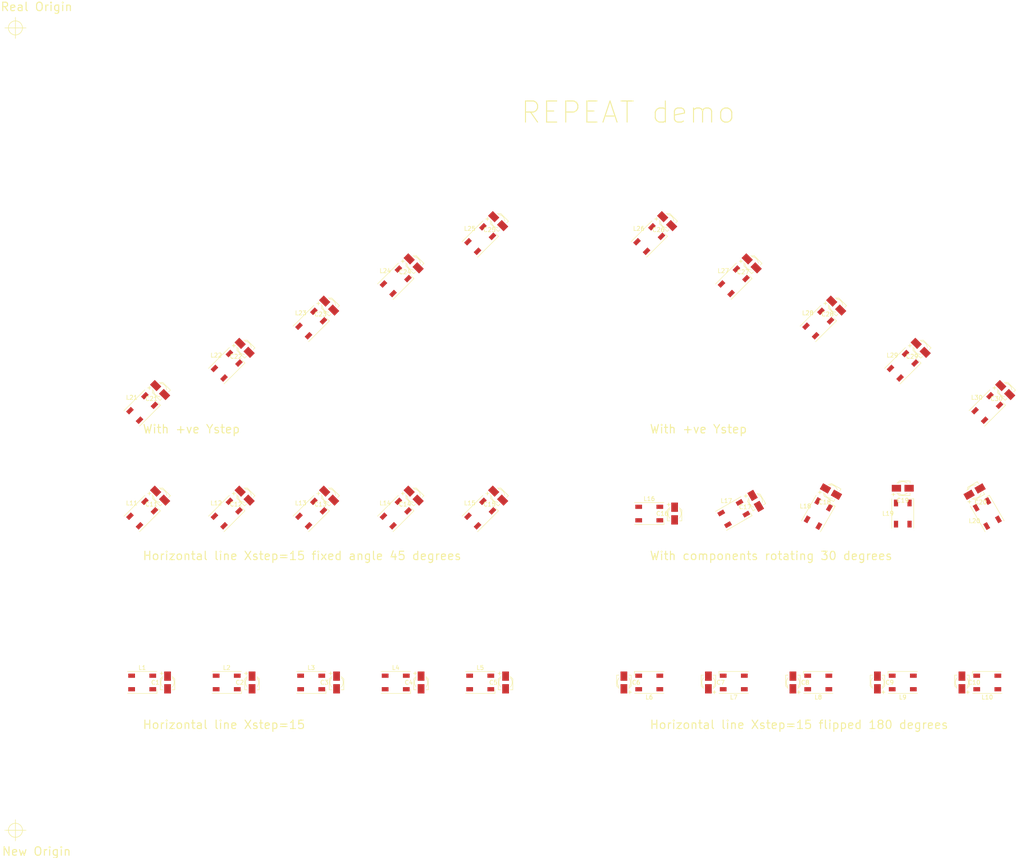
<source format=kicad_pcb>
(
kicad_pcb (version 4) (host pcbnew 4.0.4-stable)

  (general
    (links 0)
    (no_connects 0)
    (area 0 0 0 0)
    (thickness 1.6)
    (drawings 0)
    (tracks 0)
    (zones 0)
    (modules 1)
    (nets 1)
  )

  (page A4)
  (layers
    (0 F.Cu signal)
    (31 B.Cu signal)
    (32 B.Adhes user)
    (33 F.Adhes user)
    (34 B.Paste user)
    (35 F.Paste user)
    (36 B.SilkS user)
    (37 F.SilkS user)
    (38 B.Mask user)
    (39 F.Mask user)
    (40 Dwgs.User user)
    (41 Cmts.User user)
    (42 Eco1.User user)
    (43 Eco2.User user)
    (44 Edge.Cuts user)
    (45 Margin user)
    (46 B.CrtYd user)
    (47 F.CrtYd user)
    (48 B.Fab user)
    (49 F.Fab user)
  )

  (setup
    (last_trace_width 0.25)
    (trace_clearance 0.2)
    (zone_clearance 0.508)
    (zone_45_only no)
    (trace_min 0.2)
    (segment_width 0.2)
    (edge_width 0.15)
    (via_size 0.6)
    (via_drill 0.4)
    (via_min_size 0.4)
    (via_min_drill 0.3)
    (uvia_size 0.3)
    (uvia_drill 0.1)
    (uvias_allowed no)
    (uvia_min_size 0.2)
    (uvia_min_drill 0.1)
    (pcb_text_width 0.3)
    (pcb_text_size 1.5 1.5)
    (mod_edge_width 0.15)
    (mod_text_size 1 1)
    (mod_text_width 0.15)
    (pad_size 1.524 1.524)
    (pad_drill 0.762)
    (pad_to_mask_clearance 0.2)
    (aux_axis_origin 0 0)
    (visible_elements FFFFFF7F)
    (pcbplotparams
      (layerselection 0x00030_80000001)
      (usegerberextensions false)
      (excludeedgelayer true)
      (linewidth 0.100000)
      (plotframeref false)
      (viasonmask false)
      (mode 1)
      (useauxorigin false)
      (hpglpennumber 1)
      (hpglpenspeed 20)
      (hpglpendiameter 15)
      (hpglpenoverlay 2)
      (psnegative false)
      (psa4output false)
      (plotreference true)
      (plotvalue true)
      (plotinvisibletext false)
      (padsonsilk false)
      (subtractmaskfromsilk false)
      (outputformat 1)
      (mirror false)
      (drillshape 1)
      (scaleselection 1)
      (outputdirectory ""))
  )

  (net 0 "")

  (net_class Default "This is the default net class."
    (clearance 0.25)
    (trace_width 0.25)
    (via_dia 0.6)
    (via_drill 0.4)
    (uvia_dia 0.3)
    (uvia_drill 0.1)
  )



(target plus (at 0.0000 0.0000) (size 5.0000) (width 0.1500) (layer F.SilkS))
 (gr_text "Real Origin" (at 5.0000 -5.0000 0.0000) (layer F.SilkS)
    (effects (font (size 2.0000 2.0000) (thickness .25))  )
  )
(target plus (at 0.0000 190.0000) (size 5.0000) (width 0.1500) (layer F.SilkS))
 (gr_text "REPEAT demo" (at 145.0000 20.0000 0.0000) (layer F.SilkS)
    (effects (font (size 5.0000 5.0000) (thickness .25))  )
  )
 (gr_text "New Origin" (at 5.0000 195.0000 0.0000) (layer F.SilkS)
    (effects (font (size 2.0000 2.0000) (thickness .25))  )
  )
    (module LEDs:LED_WS2812B-PLCC4 (layer F.Cu) (tedit 587A6D9E) (tstamp 589982C0)
    (at 30.0000 155.0000 0.0000)
    (descr http://www.world-semi.com/uploads/soft/150522/1-150522091P5.pdf)
    (tags "LED NeoPixel")
    (attr smd)
    (fp_text reference L1 (at 0 -3.5) (layer F.SilkS)
      (effects (font (size 1 1) (thickness 0.15)))
    )
    (fp_text value WS2812B (at 0 4) (layer F.Fab)
      (effects (font (size 1 1) (thickness 0.15)))
    )
    (fp_line (start 3.75 -2.85) (end -3.75 -2.85) (layer F.CrtYd) (width 0.05))
    (fp_line (start 3.75 2.85) (end 3.75 -2.85) (layer F.CrtYd) (width 0.05))
    (fp_line (start -3.75 2.85) (end 3.75 2.85) (layer F.CrtYd) (width 0.05))
    (fp_line (start -3.75 -2.85) (end -3.75 2.85) (layer F.CrtYd) (width 0.05))
    (fp_line (start 2.5 1.5) (end 1.5 2.5) (layer F.Fab) (width 0.1))
    (fp_line (start -2.5 -2.5) (end -2.5 2.5) (layer F.Fab) (width 0.1))
    (fp_line (start -2.5 2.5) (end 2.5 2.5) (layer F.Fab) (width 0.1))
    (fp_line (start 2.5 2.5) (end 2.5 -2.5) (layer F.Fab) (width 0.1))
    (fp_line (start 2.5 -2.5) (end -2.5 -2.5) (layer F.Fab) (width 0.1))
    (fp_line (start -3.5 -2.6) (end 3.5 -2.6) (layer F.SilkS) (width 0.12))
    (fp_line (start -3.5 2.6) (end 3.5 2.6) (layer F.SilkS) (width 0.12))
    (fp_line (start 3.5 2.6) (end 3.5 1.6) (layer F.SilkS) (width 0.12))
    (fp_circle (center 0 0) (end 0 -2) (layer F.Fab) (width 0.1))
    (pad 3 smd rect (at 2.5 1.6 0.0000) (size 1.6 1) (layers F.Cu F.Paste F.Mask))
    (pad 4 smd rect (at 2.5 -1.6 0.0000) (size 1.6 1) (layers F.Cu F.Paste F.Mask))
    (pad 2 smd rect (at -2.5 1.6 0.0000) (size 1.6 1) (layers F.Cu F.Paste F.Mask))
    (pad 1 smd rect (at -2.5 -1.6 0.0000) (size 1.6 1) (layers F.Cu F.Paste F.Mask))
    (model LEDs.3dshapes/LED_WS2812B-PLCC4.wrl
      (at (xyz 0 0 0))
      (scale (xyz 0.39 0.39 0.39))
      (rotate (xyz 0 0 180))
    )
  ) (module Capacitors_SMD:CP_Elec_3x5.3 (layer F.Cu) (tedit 57FA3E93) (tstamp 5899EACD)
    (at 36.0000 155.0000 270.0000)
    (descr "SMT capacitor, aluminium electrolytic, 3x5.3")
    (attr smd)
    (fp_text reference C1 (at 0 2.8956 180) (layer F.SilkS)
      (effects (font (size 1 1) (thickness 0.15)))
    )
    (fp_text value 104nF (at -0.0254 -2.8956 180) (layer F.Fab)
      (effects (font (size 1 1) (thickness 0.15)))
    )
    (fp_line (start -1.5621 -0.7493) (end -1.5621 0.7747) (layer F.Fab) (width 0.1))
    (fp_line (start -0.7493 -1.5621) (end -1.5621 -0.7493) (layer F.Fab) (width 0.1))
    (fp_line (start -0.762 1.5748) (end -1.5621 0.7747) (layer F.Fab) (width 0.1))
    (fp_line (start 1.5748 1.5748) (end 1.5748 -1.5621) (layer F.Fab) (width 0.1))
    (fp_line (start 1.5621 1.5748) (end -0.762 1.5748) (layer F.Fab) (width 0.1))
    (fp_line (start 1.5748 -1.5621) (end -0.7493 -1.5621) (layer F.Fab) (width 0.1))
    (fp_line (start -0.8255 1.7272) (end -1.4351 1.1176) (layer F.SilkS) (width 0.12))
    (fp_line (start 1.7272 1.7272) (end 1.7272 1.1176) (layer F.SilkS) (width 0.12))
    (fp_line (start -0.8128 -1.7145) (end -1.4097 -1.1176) (layer F.SilkS) (width 0.12))
    (fp_line (start 1.7272 -1.7145) (end 1.7272 -1.1176) (layer F.SilkS) (width 0.12))
    (fp_text user + (at -0.9398 -0.0762 180) (layer F.Fab)
      (effects (font (size 1 1) (thickness 0.15)))
    )
    (fp_text user + (at -2.2225 1.397 180) (layer F.SilkS)
      (effects (font (size 1 1) (thickness 0.15)))
    )
    (fp_arc (start 0 0) (end -1.0922 -1.1176) (angle 88.7) (layer F.SilkS) (width 0.12))
    (fp_arc (start 0 0) (end 1.0922 1.1176) (angle 88.7) (layer F.SilkS) (width 0.12))
    (fp_line (start -2.8 2.05) (end 2.8 2.05) (layer F.CrtYd) (width 0.05))
    (fp_line (start 2.8 2.05) (end 2.8 -2.05) (layer F.CrtYd) (width 0.05))
    (fp_line (start 2.8 -2.05) (end -2.8 -2.05) (layer F.CrtYd) (width 0.05))
    (fp_line (start -2.8 -2.05) (end -2.8 2.05) (layer F.CrtYd) (width 0.05))
    (fp_line (start -0.8255 1.7272) (end 1.7145 1.7272) (layer F.SilkS) (width 0.12))
    (fp_line (start 1.7272 -1.7145) (end -0.8128 -1.7145) (layer F.SilkS) (width 0.12))
    (pad 2 smd rect (at 1.5 0 270.0000) (size 2.2 1.6) (layers F.Cu F.Paste F.Mask))
    (pad 1 smd rect (at -1.5 0 270.0000) (size 2.2 1.6) (layers F.Cu F.Paste F.Mask))
    (model Capacitors_SMD.3dshapes/CP_Elec_3x5.3.wrl
      (at (xyz 0 0 0))
      (scale (xyz 1 1 1))
      (rotate (xyz 0 0 180))
    )
  )    (module LEDs:LED_WS2812B-PLCC4 (layer F.Cu) (tedit 587A6D9E) (tstamp 589982C0)
    (at 50.0000 155.0000 0.0000)
    (descr http://www.world-semi.com/uploads/soft/150522/1-150522091P5.pdf)
    (tags "LED NeoPixel")
    (attr smd)
    (fp_text reference L2 (at 0 -3.5) (layer F.SilkS)
      (effects (font (size 1 1) (thickness 0.15)))
    )
    (fp_text value WS2812B (at 0 4) (layer F.Fab)
      (effects (font (size 1 1) (thickness 0.15)))
    )
    (fp_line (start 3.75 -2.85) (end -3.75 -2.85) (layer F.CrtYd) (width 0.05))
    (fp_line (start 3.75 2.85) (end 3.75 -2.85) (layer F.CrtYd) (width 0.05))
    (fp_line (start -3.75 2.85) (end 3.75 2.85) (layer F.CrtYd) (width 0.05))
    (fp_line (start -3.75 -2.85) (end -3.75 2.85) (layer F.CrtYd) (width 0.05))
    (fp_line (start 2.5 1.5) (end 1.5 2.5) (layer F.Fab) (width 0.1))
    (fp_line (start -2.5 -2.5) (end -2.5 2.5) (layer F.Fab) (width 0.1))
    (fp_line (start -2.5 2.5) (end 2.5 2.5) (layer F.Fab) (width 0.1))
    (fp_line (start 2.5 2.5) (end 2.5 -2.5) (layer F.Fab) (width 0.1))
    (fp_line (start 2.5 -2.5) (end -2.5 -2.5) (layer F.Fab) (width 0.1))
    (fp_line (start -3.5 -2.6) (end 3.5 -2.6) (layer F.SilkS) (width 0.12))
    (fp_line (start -3.5 2.6) (end 3.5 2.6) (layer F.SilkS) (width 0.12))
    (fp_line (start 3.5 2.6) (end 3.5 1.6) (layer F.SilkS) (width 0.12))
    (fp_circle (center 0 0) (end 0 -2) (layer F.Fab) (width 0.1))
    (pad 3 smd rect (at 2.5 1.6 0.0000) (size 1.6 1) (layers F.Cu F.Paste F.Mask))
    (pad 4 smd rect (at 2.5 -1.6 0.0000) (size 1.6 1) (layers F.Cu F.Paste F.Mask))
    (pad 2 smd rect (at -2.5 1.6 0.0000) (size 1.6 1) (layers F.Cu F.Paste F.Mask))
    (pad 1 smd rect (at -2.5 -1.6 0.0000) (size 1.6 1) (layers F.Cu F.Paste F.Mask))
    (model LEDs.3dshapes/LED_WS2812B-PLCC4.wrl
      (at (xyz 0 0 0))
      (scale (xyz 0.39 0.39 0.39))
      (rotate (xyz 0 0 180))
    )
  ) (module Capacitors_SMD:CP_Elec_3x5.3 (layer F.Cu) (tedit 57FA3E93) (tstamp 5899EACD)
    (at 56.0000 155.0000 270.0000)
    (descr "SMT capacitor, aluminium electrolytic, 3x5.3")
    (attr smd)
    (fp_text reference C2 (at 0 2.8956 180) (layer F.SilkS)
      (effects (font (size 1 1) (thickness 0.15)))
    )
    (fp_text value 104nF (at -0.0254 -2.8956 180) (layer F.Fab)
      (effects (font (size 1 1) (thickness 0.15)))
    )
    (fp_line (start -1.5621 -0.7493) (end -1.5621 0.7747) (layer F.Fab) (width 0.1))
    (fp_line (start -0.7493 -1.5621) (end -1.5621 -0.7493) (layer F.Fab) (width 0.1))
    (fp_line (start -0.762 1.5748) (end -1.5621 0.7747) (layer F.Fab) (width 0.1))
    (fp_line (start 1.5748 1.5748) (end 1.5748 -1.5621) (layer F.Fab) (width 0.1))
    (fp_line (start 1.5621 1.5748) (end -0.762 1.5748) (layer F.Fab) (width 0.1))
    (fp_line (start 1.5748 -1.5621) (end -0.7493 -1.5621) (layer F.Fab) (width 0.1))
    (fp_line (start -0.8255 1.7272) (end -1.4351 1.1176) (layer F.SilkS) (width 0.12))
    (fp_line (start 1.7272 1.7272) (end 1.7272 1.1176) (layer F.SilkS) (width 0.12))
    (fp_line (start -0.8128 -1.7145) (end -1.4097 -1.1176) (layer F.SilkS) (width 0.12))
    (fp_line (start 1.7272 -1.7145) (end 1.7272 -1.1176) (layer F.SilkS) (width 0.12))
    (fp_text user + (at -0.9398 -0.0762 180) (layer F.Fab)
      (effects (font (size 1 1) (thickness 0.15)))
    )
    (fp_text user + (at -2.2225 1.397 180) (layer F.SilkS)
      (effects (font (size 1 1) (thickness 0.15)))
    )
    (fp_arc (start 0 0) (end -1.0922 -1.1176) (angle 88.7) (layer F.SilkS) (width 0.12))
    (fp_arc (start 0 0) (end 1.0922 1.1176) (angle 88.7) (layer F.SilkS) (width 0.12))
    (fp_line (start -2.8 2.05) (end 2.8 2.05) (layer F.CrtYd) (width 0.05))
    (fp_line (start 2.8 2.05) (end 2.8 -2.05) (layer F.CrtYd) (width 0.05))
    (fp_line (start 2.8 -2.05) (end -2.8 -2.05) (layer F.CrtYd) (width 0.05))
    (fp_line (start -2.8 -2.05) (end -2.8 2.05) (layer F.CrtYd) (width 0.05))
    (fp_line (start -0.8255 1.7272) (end 1.7145 1.7272) (layer F.SilkS) (width 0.12))
    (fp_line (start 1.7272 -1.7145) (end -0.8128 -1.7145) (layer F.SilkS) (width 0.12))
    (pad 2 smd rect (at 1.5 0 270.0000) (size 2.2 1.6) (layers F.Cu F.Paste F.Mask))
    (pad 1 smd rect (at -1.5 0 270.0000) (size 2.2 1.6) (layers F.Cu F.Paste F.Mask))
    (model Capacitors_SMD.3dshapes/CP_Elec_3x5.3.wrl
      (at (xyz 0 0 0))
      (scale (xyz 1 1 1))
      (rotate (xyz 0 0 180))
    )
  )    (module LEDs:LED_WS2812B-PLCC4 (layer F.Cu) (tedit 587A6D9E) (tstamp 589982C0)
    (at 70.0000 155.0000 0.0000)
    (descr http://www.world-semi.com/uploads/soft/150522/1-150522091P5.pdf)
    (tags "LED NeoPixel")
    (attr smd)
    (fp_text reference L3 (at 0 -3.5) (layer F.SilkS)
      (effects (font (size 1 1) (thickness 0.15)))
    )
    (fp_text value WS2812B (at 0 4) (layer F.Fab)
      (effects (font (size 1 1) (thickness 0.15)))
    )
    (fp_line (start 3.75 -2.85) (end -3.75 -2.85) (layer F.CrtYd) (width 0.05))
    (fp_line (start 3.75 2.85) (end 3.75 -2.85) (layer F.CrtYd) (width 0.05))
    (fp_line (start -3.75 2.85) (end 3.75 2.85) (layer F.CrtYd) (width 0.05))
    (fp_line (start -3.75 -2.85) (end -3.75 2.85) (layer F.CrtYd) (width 0.05))
    (fp_line (start 2.5 1.5) (end 1.5 2.5) (layer F.Fab) (width 0.1))
    (fp_line (start -2.5 -2.5) (end -2.5 2.5) (layer F.Fab) (width 0.1))
    (fp_line (start -2.5 2.5) (end 2.5 2.5) (layer F.Fab) (width 0.1))
    (fp_line (start 2.5 2.5) (end 2.5 -2.5) (layer F.Fab) (width 0.1))
    (fp_line (start 2.5 -2.5) (end -2.5 -2.5) (layer F.Fab) (width 0.1))
    (fp_line (start -3.5 -2.6) (end 3.5 -2.6) (layer F.SilkS) (width 0.12))
    (fp_line (start -3.5 2.6) (end 3.5 2.6) (layer F.SilkS) (width 0.12))
    (fp_line (start 3.5 2.6) (end 3.5 1.6) (layer F.SilkS) (width 0.12))
    (fp_circle (center 0 0) (end 0 -2) (layer F.Fab) (width 0.1))
    (pad 3 smd rect (at 2.5 1.6 0.0000) (size 1.6 1) (layers F.Cu F.Paste F.Mask))
    (pad 4 smd rect (at 2.5 -1.6 0.0000) (size 1.6 1) (layers F.Cu F.Paste F.Mask))
    (pad 2 smd rect (at -2.5 1.6 0.0000) (size 1.6 1) (layers F.Cu F.Paste F.Mask))
    (pad 1 smd rect (at -2.5 -1.6 0.0000) (size 1.6 1) (layers F.Cu F.Paste F.Mask))
    (model LEDs.3dshapes/LED_WS2812B-PLCC4.wrl
      (at (xyz 0 0 0))
      (scale (xyz 0.39 0.39 0.39))
      (rotate (xyz 0 0 180))
    )
  ) (module Capacitors_SMD:CP_Elec_3x5.3 (layer F.Cu) (tedit 57FA3E93) (tstamp 5899EACD)
    (at 76.0000 155.0000 270.0000)
    (descr "SMT capacitor, aluminium electrolytic, 3x5.3")
    (attr smd)
    (fp_text reference C3 (at 0 2.8956 180) (layer F.SilkS)
      (effects (font (size 1 1) (thickness 0.15)))
    )
    (fp_text value 104nF (at -0.0254 -2.8956 180) (layer F.Fab)
      (effects (font (size 1 1) (thickness 0.15)))
    )
    (fp_line (start -1.5621 -0.7493) (end -1.5621 0.7747) (layer F.Fab) (width 0.1))
    (fp_line (start -0.7493 -1.5621) (end -1.5621 -0.7493) (layer F.Fab) (width 0.1))
    (fp_line (start -0.762 1.5748) (end -1.5621 0.7747) (layer F.Fab) (width 0.1))
    (fp_line (start 1.5748 1.5748) (end 1.5748 -1.5621) (layer F.Fab) (width 0.1))
    (fp_line (start 1.5621 1.5748) (end -0.762 1.5748) (layer F.Fab) (width 0.1))
    (fp_line (start 1.5748 -1.5621) (end -0.7493 -1.5621) (layer F.Fab) (width 0.1))
    (fp_line (start -0.8255 1.7272) (end -1.4351 1.1176) (layer F.SilkS) (width 0.12))
    (fp_line (start 1.7272 1.7272) (end 1.7272 1.1176) (layer F.SilkS) (width 0.12))
    (fp_line (start -0.8128 -1.7145) (end -1.4097 -1.1176) (layer F.SilkS) (width 0.12))
    (fp_line (start 1.7272 -1.7145) (end 1.7272 -1.1176) (layer F.SilkS) (width 0.12))
    (fp_text user + (at -0.9398 -0.0762 180) (layer F.Fab)
      (effects (font (size 1 1) (thickness 0.15)))
    )
    (fp_text user + (at -2.2225 1.397 180) (layer F.SilkS)
      (effects (font (size 1 1) (thickness 0.15)))
    )
    (fp_arc (start 0 0) (end -1.0922 -1.1176) (angle 88.7) (layer F.SilkS) (width 0.12))
    (fp_arc (start 0 0) (end 1.0922 1.1176) (angle 88.7) (layer F.SilkS) (width 0.12))
    (fp_line (start -2.8 2.05) (end 2.8 2.05) (layer F.CrtYd) (width 0.05))
    (fp_line (start 2.8 2.05) (end 2.8 -2.05) (layer F.CrtYd) (width 0.05))
    (fp_line (start 2.8 -2.05) (end -2.8 -2.05) (layer F.CrtYd) (width 0.05))
    (fp_line (start -2.8 -2.05) (end -2.8 2.05) (layer F.CrtYd) (width 0.05))
    (fp_line (start -0.8255 1.7272) (end 1.7145 1.7272) (layer F.SilkS) (width 0.12))
    (fp_line (start 1.7272 -1.7145) (end -0.8128 -1.7145) (layer F.SilkS) (width 0.12))
    (pad 2 smd rect (at 1.5 0 270.0000) (size 2.2 1.6) (layers F.Cu F.Paste F.Mask))
    (pad 1 smd rect (at -1.5 0 270.0000) (size 2.2 1.6) (layers F.Cu F.Paste F.Mask))
    (model Capacitors_SMD.3dshapes/CP_Elec_3x5.3.wrl
      (at (xyz 0 0 0))
      (scale (xyz 1 1 1))
      (rotate (xyz 0 0 180))
    )
  )    (module LEDs:LED_WS2812B-PLCC4 (layer F.Cu) (tedit 587A6D9E) (tstamp 589982C0)
    (at 90.0000 155.0000 0.0000)
    (descr http://www.world-semi.com/uploads/soft/150522/1-150522091P5.pdf)
    (tags "LED NeoPixel")
    (attr smd)
    (fp_text reference L4 (at 0 -3.5) (layer F.SilkS)
      (effects (font (size 1 1) (thickness 0.15)))
    )
    (fp_text value WS2812B (at 0 4) (layer F.Fab)
      (effects (font (size 1 1) (thickness 0.15)))
    )
    (fp_line (start 3.75 -2.85) (end -3.75 -2.85) (layer F.CrtYd) (width 0.05))
    (fp_line (start 3.75 2.85) (end 3.75 -2.85) (layer F.CrtYd) (width 0.05))
    (fp_line (start -3.75 2.85) (end 3.75 2.85) (layer F.CrtYd) (width 0.05))
    (fp_line (start -3.75 -2.85) (end -3.75 2.85) (layer F.CrtYd) (width 0.05))
    (fp_line (start 2.5 1.5) (end 1.5 2.5) (layer F.Fab) (width 0.1))
    (fp_line (start -2.5 -2.5) (end -2.5 2.5) (layer F.Fab) (width 0.1))
    (fp_line (start -2.5 2.5) (end 2.5 2.5) (layer F.Fab) (width 0.1))
    (fp_line (start 2.5 2.5) (end 2.5 -2.5) (layer F.Fab) (width 0.1))
    (fp_line (start 2.5 -2.5) (end -2.5 -2.5) (layer F.Fab) (width 0.1))
    (fp_line (start -3.5 -2.6) (end 3.5 -2.6) (layer F.SilkS) (width 0.12))
    (fp_line (start -3.5 2.6) (end 3.5 2.6) (layer F.SilkS) (width 0.12))
    (fp_line (start 3.5 2.6) (end 3.5 1.6) (layer F.SilkS) (width 0.12))
    (fp_circle (center 0 0) (end 0 -2) (layer F.Fab) (width 0.1))
    (pad 3 smd rect (at 2.5 1.6 0.0000) (size 1.6 1) (layers F.Cu F.Paste F.Mask))
    (pad 4 smd rect (at 2.5 -1.6 0.0000) (size 1.6 1) (layers F.Cu F.Paste F.Mask))
    (pad 2 smd rect (at -2.5 1.6 0.0000) (size 1.6 1) (layers F.Cu F.Paste F.Mask))
    (pad 1 smd rect (at -2.5 -1.6 0.0000) (size 1.6 1) (layers F.Cu F.Paste F.Mask))
    (model LEDs.3dshapes/LED_WS2812B-PLCC4.wrl
      (at (xyz 0 0 0))
      (scale (xyz 0.39 0.39 0.39))
      (rotate (xyz 0 0 180))
    )
  ) (module Capacitors_SMD:CP_Elec_3x5.3 (layer F.Cu) (tedit 57FA3E93) (tstamp 5899EACD)
    (at 96.0000 155.0000 270.0000)
    (descr "SMT capacitor, aluminium electrolytic, 3x5.3")
    (attr smd)
    (fp_text reference C4 (at 0 2.8956 180) (layer F.SilkS)
      (effects (font (size 1 1) (thickness 0.15)))
    )
    (fp_text value 104nF (at -0.0254 -2.8956 180) (layer F.Fab)
      (effects (font (size 1 1) (thickness 0.15)))
    )
    (fp_line (start -1.5621 -0.7493) (end -1.5621 0.7747) (layer F.Fab) (width 0.1))
    (fp_line (start -0.7493 -1.5621) (end -1.5621 -0.7493) (layer F.Fab) (width 0.1))
    (fp_line (start -0.762 1.5748) (end -1.5621 0.7747) (layer F.Fab) (width 0.1))
    (fp_line (start 1.5748 1.5748) (end 1.5748 -1.5621) (layer F.Fab) (width 0.1))
    (fp_line (start 1.5621 1.5748) (end -0.762 1.5748) (layer F.Fab) (width 0.1))
    (fp_line (start 1.5748 -1.5621) (end -0.7493 -1.5621) (layer F.Fab) (width 0.1))
    (fp_line (start -0.8255 1.7272) (end -1.4351 1.1176) (layer F.SilkS) (width 0.12))
    (fp_line (start 1.7272 1.7272) (end 1.7272 1.1176) (layer F.SilkS) (width 0.12))
    (fp_line (start -0.8128 -1.7145) (end -1.4097 -1.1176) (layer F.SilkS) (width 0.12))
    (fp_line (start 1.7272 -1.7145) (end 1.7272 -1.1176) (layer F.SilkS) (width 0.12))
    (fp_text user + (at -0.9398 -0.0762 180) (layer F.Fab)
      (effects (font (size 1 1) (thickness 0.15)))
    )
    (fp_text user + (at -2.2225 1.397 180) (layer F.SilkS)
      (effects (font (size 1 1) (thickness 0.15)))
    )
    (fp_arc (start 0 0) (end -1.0922 -1.1176) (angle 88.7) (layer F.SilkS) (width 0.12))
    (fp_arc (start 0 0) (end 1.0922 1.1176) (angle 88.7) (layer F.SilkS) (width 0.12))
    (fp_line (start -2.8 2.05) (end 2.8 2.05) (layer F.CrtYd) (width 0.05))
    (fp_line (start 2.8 2.05) (end 2.8 -2.05) (layer F.CrtYd) (width 0.05))
    (fp_line (start 2.8 -2.05) (end -2.8 -2.05) (layer F.CrtYd) (width 0.05))
    (fp_line (start -2.8 -2.05) (end -2.8 2.05) (layer F.CrtYd) (width 0.05))
    (fp_line (start -0.8255 1.7272) (end 1.7145 1.7272) (layer F.SilkS) (width 0.12))
    (fp_line (start 1.7272 -1.7145) (end -0.8128 -1.7145) (layer F.SilkS) (width 0.12))
    (pad 2 smd rect (at 1.5 0 270.0000) (size 2.2 1.6) (layers F.Cu F.Paste F.Mask))
    (pad 1 smd rect (at -1.5 0 270.0000) (size 2.2 1.6) (layers F.Cu F.Paste F.Mask))
    (model Capacitors_SMD.3dshapes/CP_Elec_3x5.3.wrl
      (at (xyz 0 0 0))
      (scale (xyz 1 1 1))
      (rotate (xyz 0 0 180))
    )
  )    (module LEDs:LED_WS2812B-PLCC4 (layer F.Cu) (tedit 587A6D9E) (tstamp 589982C0)
    (at 110.0000 155.0000 0.0000)
    (descr http://www.world-semi.com/uploads/soft/150522/1-150522091P5.pdf)
    (tags "LED NeoPixel")
    (attr smd)
    (fp_text reference L5 (at 0 -3.5) (layer F.SilkS)
      (effects (font (size 1 1) (thickness 0.15)))
    )
    (fp_text value WS2812B (at 0 4) (layer F.Fab)
      (effects (font (size 1 1) (thickness 0.15)))
    )
    (fp_line (start 3.75 -2.85) (end -3.75 -2.85) (layer F.CrtYd) (width 0.05))
    (fp_line (start 3.75 2.85) (end 3.75 -2.85) (layer F.CrtYd) (width 0.05))
    (fp_line (start -3.75 2.85) (end 3.75 2.85) (layer F.CrtYd) (width 0.05))
    (fp_line (start -3.75 -2.85) (end -3.75 2.85) (layer F.CrtYd) (width 0.05))
    (fp_line (start 2.5 1.5) (end 1.5 2.5) (layer F.Fab) (width 0.1))
    (fp_line (start -2.5 -2.5) (end -2.5 2.5) (layer F.Fab) (width 0.1))
    (fp_line (start -2.5 2.5) (end 2.5 2.5) (layer F.Fab) (width 0.1))
    (fp_line (start 2.5 2.5) (end 2.5 -2.5) (layer F.Fab) (width 0.1))
    (fp_line (start 2.5 -2.5) (end -2.5 -2.5) (layer F.Fab) (width 0.1))
    (fp_line (start -3.5 -2.6) (end 3.5 -2.6) (layer F.SilkS) (width 0.12))
    (fp_line (start -3.5 2.6) (end 3.5 2.6) (layer F.SilkS) (width 0.12))
    (fp_line (start 3.5 2.6) (end 3.5 1.6) (layer F.SilkS) (width 0.12))
    (fp_circle (center 0 0) (end 0 -2) (layer F.Fab) (width 0.1))
    (pad 3 smd rect (at 2.5 1.6 0.0000) (size 1.6 1) (layers F.Cu F.Paste F.Mask))
    (pad 4 smd rect (at 2.5 -1.6 0.0000) (size 1.6 1) (layers F.Cu F.Paste F.Mask))
    (pad 2 smd rect (at -2.5 1.6 0.0000) (size 1.6 1) (layers F.Cu F.Paste F.Mask))
    (pad 1 smd rect (at -2.5 -1.6 0.0000) (size 1.6 1) (layers F.Cu F.Paste F.Mask))
    (model LEDs.3dshapes/LED_WS2812B-PLCC4.wrl
      (at (xyz 0 0 0))
      (scale (xyz 0.39 0.39 0.39))
      (rotate (xyz 0 0 180))
    )
  ) (module Capacitors_SMD:CP_Elec_3x5.3 (layer F.Cu) (tedit 57FA3E93) (tstamp 5899EACD)
    (at 116.0000 155.0000 270.0000)
    (descr "SMT capacitor, aluminium electrolytic, 3x5.3")
    (attr smd)
    (fp_text reference C5 (at 0 2.8956 180) (layer F.SilkS)
      (effects (font (size 1 1) (thickness 0.15)))
    )
    (fp_text value 104nF (at -0.0254 -2.8956 180) (layer F.Fab)
      (effects (font (size 1 1) (thickness 0.15)))
    )
    (fp_line (start -1.5621 -0.7493) (end -1.5621 0.7747) (layer F.Fab) (width 0.1))
    (fp_line (start -0.7493 -1.5621) (end -1.5621 -0.7493) (layer F.Fab) (width 0.1))
    (fp_line (start -0.762 1.5748) (end -1.5621 0.7747) (layer F.Fab) (width 0.1))
    (fp_line (start 1.5748 1.5748) (end 1.5748 -1.5621) (layer F.Fab) (width 0.1))
    (fp_line (start 1.5621 1.5748) (end -0.762 1.5748) (layer F.Fab) (width 0.1))
    (fp_line (start 1.5748 -1.5621) (end -0.7493 -1.5621) (layer F.Fab) (width 0.1))
    (fp_line (start -0.8255 1.7272) (end -1.4351 1.1176) (layer F.SilkS) (width 0.12))
    (fp_line (start 1.7272 1.7272) (end 1.7272 1.1176) (layer F.SilkS) (width 0.12))
    (fp_line (start -0.8128 -1.7145) (end -1.4097 -1.1176) (layer F.SilkS) (width 0.12))
    (fp_line (start 1.7272 -1.7145) (end 1.7272 -1.1176) (layer F.SilkS) (width 0.12))
    (fp_text user + (at -0.9398 -0.0762 180) (layer F.Fab)
      (effects (font (size 1 1) (thickness 0.15)))
    )
    (fp_text user + (at -2.2225 1.397 180) (layer F.SilkS)
      (effects (font (size 1 1) (thickness 0.15)))
    )
    (fp_arc (start 0 0) (end -1.0922 -1.1176) (angle 88.7) (layer F.SilkS) (width 0.12))
    (fp_arc (start 0 0) (end 1.0922 1.1176) (angle 88.7) (layer F.SilkS) (width 0.12))
    (fp_line (start -2.8 2.05) (end 2.8 2.05) (layer F.CrtYd) (width 0.05))
    (fp_line (start 2.8 2.05) (end 2.8 -2.05) (layer F.CrtYd) (width 0.05))
    (fp_line (start 2.8 -2.05) (end -2.8 -2.05) (layer F.CrtYd) (width 0.05))
    (fp_line (start -2.8 -2.05) (end -2.8 2.05) (layer F.CrtYd) (width 0.05))
    (fp_line (start -0.8255 1.7272) (end 1.7145 1.7272) (layer F.SilkS) (width 0.12))
    (fp_line (start 1.7272 -1.7145) (end -0.8128 -1.7145) (layer F.SilkS) (width 0.12))
    (pad 2 smd rect (at 1.5 0 270.0000) (size 2.2 1.6) (layers F.Cu F.Paste F.Mask))
    (pad 1 smd rect (at -1.5 0 270.0000) (size 2.2 1.6) (layers F.Cu F.Paste F.Mask))
    (model Capacitors_SMD.3dshapes/CP_Elec_3x5.3.wrl
      (at (xyz 0 0 0))
      (scale (xyz 1 1 1))
      (rotate (xyz 0 0 180))
    )
  )
 (gr_text "Horizontal line Xstep=15" (at 30.0000 165.0000 0.0000) (layer F.SilkS)
    (effects (font (size 2.0000 2.0000) (thickness .25))  (justify left)  )
  )
    (module LEDs:LED_WS2812B-PLCC4 (layer F.Cu) (tedit 587A6D9E) (tstamp 589982C0)
    (at 150.0000 155.0000 180.0000)
    (descr http://www.world-semi.com/uploads/soft/150522/1-150522091P5.pdf)
    (tags "LED NeoPixel")
    (attr smd)
    (fp_text reference L6 (at 0 -3.5) (layer F.SilkS)
      (effects (font (size 1 1) (thickness 0.15)))
    )
    (fp_text value WS2812B (at 0 4) (layer F.Fab)
      (effects (font (size 1 1) (thickness 0.15)))
    )
    (fp_line (start 3.75 -2.85) (end -3.75 -2.85) (layer F.CrtYd) (width 0.05))
    (fp_line (start 3.75 2.85) (end 3.75 -2.85) (layer F.CrtYd) (width 0.05))
    (fp_line (start -3.75 2.85) (end 3.75 2.85) (layer F.CrtYd) (width 0.05))
    (fp_line (start -3.75 -2.85) (end -3.75 2.85) (layer F.CrtYd) (width 0.05))
    (fp_line (start 2.5 1.5) (end 1.5 2.5) (layer F.Fab) (width 0.1))
    (fp_line (start -2.5 -2.5) (end -2.5 2.5) (layer F.Fab) (width 0.1))
    (fp_line (start -2.5 2.5) (end 2.5 2.5) (layer F.Fab) (width 0.1))
    (fp_line (start 2.5 2.5) (end 2.5 -2.5) (layer F.Fab) (width 0.1))
    (fp_line (start 2.5 -2.5) (end -2.5 -2.5) (layer F.Fab) (width 0.1))
    (fp_line (start -3.5 -2.6) (end 3.5 -2.6) (layer F.SilkS) (width 0.12))
    (fp_line (start -3.5 2.6) (end 3.5 2.6) (layer F.SilkS) (width 0.12))
    (fp_line (start 3.5 2.6) (end 3.5 1.6) (layer F.SilkS) (width 0.12))
    (fp_circle (center 0 0) (end 0 -2) (layer F.Fab) (width 0.1))
    (pad 3 smd rect (at 2.5 1.6 180.0000) (size 1.6 1) (layers F.Cu F.Paste F.Mask))
    (pad 4 smd rect (at 2.5 -1.6 180.0000) (size 1.6 1) (layers F.Cu F.Paste F.Mask))
    (pad 2 smd rect (at -2.5 1.6 180.0000) (size 1.6 1) (layers F.Cu F.Paste F.Mask))
    (pad 1 smd rect (at -2.5 -1.6 180.0000) (size 1.6 1) (layers F.Cu F.Paste F.Mask))
    (model LEDs.3dshapes/LED_WS2812B-PLCC4.wrl
      (at (xyz 0 0 0))
      (scale (xyz 0.39 0.39 0.39))
      (rotate (xyz 0 0 180))
    )
  ) (module Capacitors_SMD:CP_Elec_3x5.3 (layer F.Cu) (tedit 57FA3E93) (tstamp 5899EACD)
    (at 144.0000 155.0000 450.0000)
    (descr "SMT capacitor, aluminium electrolytic, 3x5.3")
    (attr smd)
    (fp_text reference C6 (at 0 2.8956 180) (layer F.SilkS)
      (effects (font (size 1 1) (thickness 0.15)))
    )
    (fp_text value 104nF (at -0.0254 -2.8956 180) (layer F.Fab)
      (effects (font (size 1 1) (thickness 0.15)))
    )
    (fp_line (start -1.5621 -0.7493) (end -1.5621 0.7747) (layer F.Fab) (width 0.1))
    (fp_line (start -0.7493 -1.5621) (end -1.5621 -0.7493) (layer F.Fab) (width 0.1))
    (fp_line (start -0.762 1.5748) (end -1.5621 0.7747) (layer F.Fab) (width 0.1))
    (fp_line (start 1.5748 1.5748) (end 1.5748 -1.5621) (layer F.Fab) (width 0.1))
    (fp_line (start 1.5621 1.5748) (end -0.762 1.5748) (layer F.Fab) (width 0.1))
    (fp_line (start 1.5748 -1.5621) (end -0.7493 -1.5621) (layer F.Fab) (width 0.1))
    (fp_line (start -0.8255 1.7272) (end -1.4351 1.1176) (layer F.SilkS) (width 0.12))
    (fp_line (start 1.7272 1.7272) (end 1.7272 1.1176) (layer F.SilkS) (width 0.12))
    (fp_line (start -0.8128 -1.7145) (end -1.4097 -1.1176) (layer F.SilkS) (width 0.12))
    (fp_line (start 1.7272 -1.7145) (end 1.7272 -1.1176) (layer F.SilkS) (width 0.12))
    (fp_text user + (at -0.9398 -0.0762 180) (layer F.Fab)
      (effects (font (size 1 1) (thickness 0.15)))
    )
    (fp_text user + (at -2.2225 1.397 180) (layer F.SilkS)
      (effects (font (size 1 1) (thickness 0.15)))
    )
    (fp_arc (start 0 0) (end -1.0922 -1.1176) (angle 88.7) (layer F.SilkS) (width 0.12))
    (fp_arc (start 0 0) (end 1.0922 1.1176) (angle 88.7) (layer F.SilkS) (width 0.12))
    (fp_line (start -2.8 2.05) (end 2.8 2.05) (layer F.CrtYd) (width 0.05))
    (fp_line (start 2.8 2.05) (end 2.8 -2.05) (layer F.CrtYd) (width 0.05))
    (fp_line (start 2.8 -2.05) (end -2.8 -2.05) (layer F.CrtYd) (width 0.05))
    (fp_line (start -2.8 -2.05) (end -2.8 2.05) (layer F.CrtYd) (width 0.05))
    (fp_line (start -0.8255 1.7272) (end 1.7145 1.7272) (layer F.SilkS) (width 0.12))
    (fp_line (start 1.7272 -1.7145) (end -0.8128 -1.7145) (layer F.SilkS) (width 0.12))
    (pad 2 smd rect (at 1.5 0 450.0000) (size 2.2 1.6) (layers F.Cu F.Paste F.Mask))
    (pad 1 smd rect (at -1.5 0 450.0000) (size 2.2 1.6) (layers F.Cu F.Paste F.Mask))
    (model Capacitors_SMD.3dshapes/CP_Elec_3x5.3.wrl
      (at (xyz 0 0 0))
      (scale (xyz 1 1 1))
      (rotate (xyz 0 0 180))
    )
  )    (module LEDs:LED_WS2812B-PLCC4 (layer F.Cu) (tedit 587A6D9E) (tstamp 589982C0)
    (at 170.0000 155.0000 180.0000)
    (descr http://www.world-semi.com/uploads/soft/150522/1-150522091P5.pdf)
    (tags "LED NeoPixel")
    (attr smd)
    (fp_text reference L7 (at 0 -3.5) (layer F.SilkS)
      (effects (font (size 1 1) (thickness 0.15)))
    )
    (fp_text value WS2812B (at 0 4) (layer F.Fab)
      (effects (font (size 1 1) (thickness 0.15)))
    )
    (fp_line (start 3.75 -2.85) (end -3.75 -2.85) (layer F.CrtYd) (width 0.05))
    (fp_line (start 3.75 2.85) (end 3.75 -2.85) (layer F.CrtYd) (width 0.05))
    (fp_line (start -3.75 2.85) (end 3.75 2.85) (layer F.CrtYd) (width 0.05))
    (fp_line (start -3.75 -2.85) (end -3.75 2.85) (layer F.CrtYd) (width 0.05))
    (fp_line (start 2.5 1.5) (end 1.5 2.5) (layer F.Fab) (width 0.1))
    (fp_line (start -2.5 -2.5) (end -2.5 2.5) (layer F.Fab) (width 0.1))
    (fp_line (start -2.5 2.5) (end 2.5 2.5) (layer F.Fab) (width 0.1))
    (fp_line (start 2.5 2.5) (end 2.5 -2.5) (layer F.Fab) (width 0.1))
    (fp_line (start 2.5 -2.5) (end -2.5 -2.5) (layer F.Fab) (width 0.1))
    (fp_line (start -3.5 -2.6) (end 3.5 -2.6) (layer F.SilkS) (width 0.12))
    (fp_line (start -3.5 2.6) (end 3.5 2.6) (layer F.SilkS) (width 0.12))
    (fp_line (start 3.5 2.6) (end 3.5 1.6) (layer F.SilkS) (width 0.12))
    (fp_circle (center 0 0) (end 0 -2) (layer F.Fab) (width 0.1))
    (pad 3 smd rect (at 2.5 1.6 180.0000) (size 1.6 1) (layers F.Cu F.Paste F.Mask))
    (pad 4 smd rect (at 2.5 -1.6 180.0000) (size 1.6 1) (layers F.Cu F.Paste F.Mask))
    (pad 2 smd rect (at -2.5 1.6 180.0000) (size 1.6 1) (layers F.Cu F.Paste F.Mask))
    (pad 1 smd rect (at -2.5 -1.6 180.0000) (size 1.6 1) (layers F.Cu F.Paste F.Mask))
    (model LEDs.3dshapes/LED_WS2812B-PLCC4.wrl
      (at (xyz 0 0 0))
      (scale (xyz 0.39 0.39 0.39))
      (rotate (xyz 0 0 180))
    )
  ) (module Capacitors_SMD:CP_Elec_3x5.3 (layer F.Cu) (tedit 57FA3E93) (tstamp 5899EACD)
    (at 164.0000 155.0000 450.0000)
    (descr "SMT capacitor, aluminium electrolytic, 3x5.3")
    (attr smd)
    (fp_text reference C7 (at 0 2.8956 180) (layer F.SilkS)
      (effects (font (size 1 1) (thickness 0.15)))
    )
    (fp_text value 104nF (at -0.0254 -2.8956 180) (layer F.Fab)
      (effects (font (size 1 1) (thickness 0.15)))
    )
    (fp_line (start -1.5621 -0.7493) (end -1.5621 0.7747) (layer F.Fab) (width 0.1))
    (fp_line (start -0.7493 -1.5621) (end -1.5621 -0.7493) (layer F.Fab) (width 0.1))
    (fp_line (start -0.762 1.5748) (end -1.5621 0.7747) (layer F.Fab) (width 0.1))
    (fp_line (start 1.5748 1.5748) (end 1.5748 -1.5621) (layer F.Fab) (width 0.1))
    (fp_line (start 1.5621 1.5748) (end -0.762 1.5748) (layer F.Fab) (width 0.1))
    (fp_line (start 1.5748 -1.5621) (end -0.7493 -1.5621) (layer F.Fab) (width 0.1))
    (fp_line (start -0.8255 1.7272) (end -1.4351 1.1176) (layer F.SilkS) (width 0.12))
    (fp_line (start 1.7272 1.7272) (end 1.7272 1.1176) (layer F.SilkS) (width 0.12))
    (fp_line (start -0.8128 -1.7145) (end -1.4097 -1.1176) (layer F.SilkS) (width 0.12))
    (fp_line (start 1.7272 -1.7145) (end 1.7272 -1.1176) (layer F.SilkS) (width 0.12))
    (fp_text user + (at -0.9398 -0.0762 180) (layer F.Fab)
      (effects (font (size 1 1) (thickness 0.15)))
    )
    (fp_text user + (at -2.2225 1.397 180) (layer F.SilkS)
      (effects (font (size 1 1) (thickness 0.15)))
    )
    (fp_arc (start 0 0) (end -1.0922 -1.1176) (angle 88.7) (layer F.SilkS) (width 0.12))
    (fp_arc (start 0 0) (end 1.0922 1.1176) (angle 88.7) (layer F.SilkS) (width 0.12))
    (fp_line (start -2.8 2.05) (end 2.8 2.05) (layer F.CrtYd) (width 0.05))
    (fp_line (start 2.8 2.05) (end 2.8 -2.05) (layer F.CrtYd) (width 0.05))
    (fp_line (start 2.8 -2.05) (end -2.8 -2.05) (layer F.CrtYd) (width 0.05))
    (fp_line (start -2.8 -2.05) (end -2.8 2.05) (layer F.CrtYd) (width 0.05))
    (fp_line (start -0.8255 1.7272) (end 1.7145 1.7272) (layer F.SilkS) (width 0.12))
    (fp_line (start 1.7272 -1.7145) (end -0.8128 -1.7145) (layer F.SilkS) (width 0.12))
    (pad 2 smd rect (at 1.5 0 450.0000) (size 2.2 1.6) (layers F.Cu F.Paste F.Mask))
    (pad 1 smd rect (at -1.5 0 450.0000) (size 2.2 1.6) (layers F.Cu F.Paste F.Mask))
    (model Capacitors_SMD.3dshapes/CP_Elec_3x5.3.wrl
      (at (xyz 0 0 0))
      (scale (xyz 1 1 1))
      (rotate (xyz 0 0 180))
    )
  )    (module LEDs:LED_WS2812B-PLCC4 (layer F.Cu) (tedit 587A6D9E) (tstamp 589982C0)
    (at 190.0000 155.0000 180.0000)
    (descr http://www.world-semi.com/uploads/soft/150522/1-150522091P5.pdf)
    (tags "LED NeoPixel")
    (attr smd)
    (fp_text reference L8 (at 0 -3.5) (layer F.SilkS)
      (effects (font (size 1 1) (thickness 0.15)))
    )
    (fp_text value WS2812B (at 0 4) (layer F.Fab)
      (effects (font (size 1 1) (thickness 0.15)))
    )
    (fp_line (start 3.75 -2.85) (end -3.75 -2.85) (layer F.CrtYd) (width 0.05))
    (fp_line (start 3.75 2.85) (end 3.75 -2.85) (layer F.CrtYd) (width 0.05))
    (fp_line (start -3.75 2.85) (end 3.75 2.85) (layer F.CrtYd) (width 0.05))
    (fp_line (start -3.75 -2.85) (end -3.75 2.85) (layer F.CrtYd) (width 0.05))
    (fp_line (start 2.5 1.5) (end 1.5 2.5) (layer F.Fab) (width 0.1))
    (fp_line (start -2.5 -2.5) (end -2.5 2.5) (layer F.Fab) (width 0.1))
    (fp_line (start -2.5 2.5) (end 2.5 2.5) (layer F.Fab) (width 0.1))
    (fp_line (start 2.5 2.5) (end 2.5 -2.5) (layer F.Fab) (width 0.1))
    (fp_line (start 2.5 -2.5) (end -2.5 -2.5) (layer F.Fab) (width 0.1))
    (fp_line (start -3.5 -2.6) (end 3.5 -2.6) (layer F.SilkS) (width 0.12))
    (fp_line (start -3.5 2.6) (end 3.5 2.6) (layer F.SilkS) (width 0.12))
    (fp_line (start 3.5 2.6) (end 3.5 1.6) (layer F.SilkS) (width 0.12))
    (fp_circle (center 0 0) (end 0 -2) (layer F.Fab) (width 0.1))
    (pad 3 smd rect (at 2.5 1.6 180.0000) (size 1.6 1) (layers F.Cu F.Paste F.Mask))
    (pad 4 smd rect (at 2.5 -1.6 180.0000) (size 1.6 1) (layers F.Cu F.Paste F.Mask))
    (pad 2 smd rect (at -2.5 1.6 180.0000) (size 1.6 1) (layers F.Cu F.Paste F.Mask))
    (pad 1 smd rect (at -2.5 -1.6 180.0000) (size 1.6 1) (layers F.Cu F.Paste F.Mask))
    (model LEDs.3dshapes/LED_WS2812B-PLCC4.wrl
      (at (xyz 0 0 0))
      (scale (xyz 0.39 0.39 0.39))
      (rotate (xyz 0 0 180))
    )
  ) (module Capacitors_SMD:CP_Elec_3x5.3 (layer F.Cu) (tedit 57FA3E93) (tstamp 5899EACD)
    (at 184.0000 155.0000 450.0000)
    (descr "SMT capacitor, aluminium electrolytic, 3x5.3")
    (attr smd)
    (fp_text reference C8 (at 0 2.8956 180) (layer F.SilkS)
      (effects (font (size 1 1) (thickness 0.15)))
    )
    (fp_text value 104nF (at -0.0254 -2.8956 180) (layer F.Fab)
      (effects (font (size 1 1) (thickness 0.15)))
    )
    (fp_line (start -1.5621 -0.7493) (end -1.5621 0.7747) (layer F.Fab) (width 0.1))
    (fp_line (start -0.7493 -1.5621) (end -1.5621 -0.7493) (layer F.Fab) (width 0.1))
    (fp_line (start -0.762 1.5748) (end -1.5621 0.7747) (layer F.Fab) (width 0.1))
    (fp_line (start 1.5748 1.5748) (end 1.5748 -1.5621) (layer F.Fab) (width 0.1))
    (fp_line (start 1.5621 1.5748) (end -0.762 1.5748) (layer F.Fab) (width 0.1))
    (fp_line (start 1.5748 -1.5621) (end -0.7493 -1.5621) (layer F.Fab) (width 0.1))
    (fp_line (start -0.8255 1.7272) (end -1.4351 1.1176) (layer F.SilkS) (width 0.12))
    (fp_line (start 1.7272 1.7272) (end 1.7272 1.1176) (layer F.SilkS) (width 0.12))
    (fp_line (start -0.8128 -1.7145) (end -1.4097 -1.1176) (layer F.SilkS) (width 0.12))
    (fp_line (start 1.7272 -1.7145) (end 1.7272 -1.1176) (layer F.SilkS) (width 0.12))
    (fp_text user + (at -0.9398 -0.0762 180) (layer F.Fab)
      (effects (font (size 1 1) (thickness 0.15)))
    )
    (fp_text user + (at -2.2225 1.397 180) (layer F.SilkS)
      (effects (font (size 1 1) (thickness 0.15)))
    )
    (fp_arc (start 0 0) (end -1.0922 -1.1176) (angle 88.7) (layer F.SilkS) (width 0.12))
    (fp_arc (start 0 0) (end 1.0922 1.1176) (angle 88.7) (layer F.SilkS) (width 0.12))
    (fp_line (start -2.8 2.05) (end 2.8 2.05) (layer F.CrtYd) (width 0.05))
    (fp_line (start 2.8 2.05) (end 2.8 -2.05) (layer F.CrtYd) (width 0.05))
    (fp_line (start 2.8 -2.05) (end -2.8 -2.05) (layer F.CrtYd) (width 0.05))
    (fp_line (start -2.8 -2.05) (end -2.8 2.05) (layer F.CrtYd) (width 0.05))
    (fp_line (start -0.8255 1.7272) (end 1.7145 1.7272) (layer F.SilkS) (width 0.12))
    (fp_line (start 1.7272 -1.7145) (end -0.8128 -1.7145) (layer F.SilkS) (width 0.12))
    (pad 2 smd rect (at 1.5 0 450.0000) (size 2.2 1.6) (layers F.Cu F.Paste F.Mask))
    (pad 1 smd rect (at -1.5 0 450.0000) (size 2.2 1.6) (layers F.Cu F.Paste F.Mask))
    (model Capacitors_SMD.3dshapes/CP_Elec_3x5.3.wrl
      (at (xyz 0 0 0))
      (scale (xyz 1 1 1))
      (rotate (xyz 0 0 180))
    )
  )    (module LEDs:LED_WS2812B-PLCC4 (layer F.Cu) (tedit 587A6D9E) (tstamp 589982C0)
    (at 210.0000 155.0000 180.0000)
    (descr http://www.world-semi.com/uploads/soft/150522/1-150522091P5.pdf)
    (tags "LED NeoPixel")
    (attr smd)
    (fp_text reference L9 (at 0 -3.5) (layer F.SilkS)
      (effects (font (size 1 1) (thickness 0.15)))
    )
    (fp_text value WS2812B (at 0 4) (layer F.Fab)
      (effects (font (size 1 1) (thickness 0.15)))
    )
    (fp_line (start 3.75 -2.85) (end -3.75 -2.85) (layer F.CrtYd) (width 0.05))
    (fp_line (start 3.75 2.85) (end 3.75 -2.85) (layer F.CrtYd) (width 0.05))
    (fp_line (start -3.75 2.85) (end 3.75 2.85) (layer F.CrtYd) (width 0.05))
    (fp_line (start -3.75 -2.85) (end -3.75 2.85) (layer F.CrtYd) (width 0.05))
    (fp_line (start 2.5 1.5) (end 1.5 2.5) (layer F.Fab) (width 0.1))
    (fp_line (start -2.5 -2.5) (end -2.5 2.5) (layer F.Fab) (width 0.1))
    (fp_line (start -2.5 2.5) (end 2.5 2.5) (layer F.Fab) (width 0.1))
    (fp_line (start 2.5 2.5) (end 2.5 -2.5) (layer F.Fab) (width 0.1))
    (fp_line (start 2.5 -2.5) (end -2.5 -2.5) (layer F.Fab) (width 0.1))
    (fp_line (start -3.5 -2.6) (end 3.5 -2.6) (layer F.SilkS) (width 0.12))
    (fp_line (start -3.5 2.6) (end 3.5 2.6) (layer F.SilkS) (width 0.12))
    (fp_line (start 3.5 2.6) (end 3.5 1.6) (layer F.SilkS) (width 0.12))
    (fp_circle (center 0 0) (end 0 -2) (layer F.Fab) (width 0.1))
    (pad 3 smd rect (at 2.5 1.6 180.0000) (size 1.6 1) (layers F.Cu F.Paste F.Mask))
    (pad 4 smd rect (at 2.5 -1.6 180.0000) (size 1.6 1) (layers F.Cu F.Paste F.Mask))
    (pad 2 smd rect (at -2.5 1.6 180.0000) (size 1.6 1) (layers F.Cu F.Paste F.Mask))
    (pad 1 smd rect (at -2.5 -1.6 180.0000) (size 1.6 1) (layers F.Cu F.Paste F.Mask))
    (model LEDs.3dshapes/LED_WS2812B-PLCC4.wrl
      (at (xyz 0 0 0))
      (scale (xyz 0.39 0.39 0.39))
      (rotate (xyz 0 0 180))
    )
  ) (module Capacitors_SMD:CP_Elec_3x5.3 (layer F.Cu) (tedit 57FA3E93) (tstamp 5899EACD)
    (at 204.0000 155.0000 450.0000)
    (descr "SMT capacitor, aluminium electrolytic, 3x5.3")
    (attr smd)
    (fp_text reference C9 (at 0 2.8956 180) (layer F.SilkS)
      (effects (font (size 1 1) (thickness 0.15)))
    )
    (fp_text value 104nF (at -0.0254 -2.8956 180) (layer F.Fab)
      (effects (font (size 1 1) (thickness 0.15)))
    )
    (fp_line (start -1.5621 -0.7493) (end -1.5621 0.7747) (layer F.Fab) (width 0.1))
    (fp_line (start -0.7493 -1.5621) (end -1.5621 -0.7493) (layer F.Fab) (width 0.1))
    (fp_line (start -0.762 1.5748) (end -1.5621 0.7747) (layer F.Fab) (width 0.1))
    (fp_line (start 1.5748 1.5748) (end 1.5748 -1.5621) (layer F.Fab) (width 0.1))
    (fp_line (start 1.5621 1.5748) (end -0.762 1.5748) (layer F.Fab) (width 0.1))
    (fp_line (start 1.5748 -1.5621) (end -0.7493 -1.5621) (layer F.Fab) (width 0.1))
    (fp_line (start -0.8255 1.7272) (end -1.4351 1.1176) (layer F.SilkS) (width 0.12))
    (fp_line (start 1.7272 1.7272) (end 1.7272 1.1176) (layer F.SilkS) (width 0.12))
    (fp_line (start -0.8128 -1.7145) (end -1.4097 -1.1176) (layer F.SilkS) (width 0.12))
    (fp_line (start 1.7272 -1.7145) (end 1.7272 -1.1176) (layer F.SilkS) (width 0.12))
    (fp_text user + (at -0.9398 -0.0762 180) (layer F.Fab)
      (effects (font (size 1 1) (thickness 0.15)))
    )
    (fp_text user + (at -2.2225 1.397 180) (layer F.SilkS)
      (effects (font (size 1 1) (thickness 0.15)))
    )
    (fp_arc (start 0 0) (end -1.0922 -1.1176) (angle 88.7) (layer F.SilkS) (width 0.12))
    (fp_arc (start 0 0) (end 1.0922 1.1176) (angle 88.7) (layer F.SilkS) (width 0.12))
    (fp_line (start -2.8 2.05) (end 2.8 2.05) (layer F.CrtYd) (width 0.05))
    (fp_line (start 2.8 2.05) (end 2.8 -2.05) (layer F.CrtYd) (width 0.05))
    (fp_line (start 2.8 -2.05) (end -2.8 -2.05) (layer F.CrtYd) (width 0.05))
    (fp_line (start -2.8 -2.05) (end -2.8 2.05) (layer F.CrtYd) (width 0.05))
    (fp_line (start -0.8255 1.7272) (end 1.7145 1.7272) (layer F.SilkS) (width 0.12))
    (fp_line (start 1.7272 -1.7145) (end -0.8128 -1.7145) (layer F.SilkS) (width 0.12))
    (pad 2 smd rect (at 1.5 0 450.0000) (size 2.2 1.6) (layers F.Cu F.Paste F.Mask))
    (pad 1 smd rect (at -1.5 0 450.0000) (size 2.2 1.6) (layers F.Cu F.Paste F.Mask))
    (model Capacitors_SMD.3dshapes/CP_Elec_3x5.3.wrl
      (at (xyz 0 0 0))
      (scale (xyz 1 1 1))
      (rotate (xyz 0 0 180))
    )
  )    (module LEDs:LED_WS2812B-PLCC4 (layer F.Cu) (tedit 587A6D9E) (tstamp 589982C0)
    (at 230.0000 155.0000 180.0000)
    (descr http://www.world-semi.com/uploads/soft/150522/1-150522091P5.pdf)
    (tags "LED NeoPixel")
    (attr smd)
    (fp_text reference L10 (at 0 -3.5) (layer F.SilkS)
      (effects (font (size 1 1) (thickness 0.15)))
    )
    (fp_text value WS2812B (at 0 4) (layer F.Fab)
      (effects (font (size 1 1) (thickness 0.15)))
    )
    (fp_line (start 3.75 -2.85) (end -3.75 -2.85) (layer F.CrtYd) (width 0.05))
    (fp_line (start 3.75 2.85) (end 3.75 -2.85) (layer F.CrtYd) (width 0.05))
    (fp_line (start -3.75 2.85) (end 3.75 2.85) (layer F.CrtYd) (width 0.05))
    (fp_line (start -3.75 -2.85) (end -3.75 2.85) (layer F.CrtYd) (width 0.05))
    (fp_line (start 2.5 1.5) (end 1.5 2.5) (layer F.Fab) (width 0.1))
    (fp_line (start -2.5 -2.5) (end -2.5 2.5) (layer F.Fab) (width 0.1))
    (fp_line (start -2.5 2.5) (end 2.5 2.5) (layer F.Fab) (width 0.1))
    (fp_line (start 2.5 2.5) (end 2.5 -2.5) (layer F.Fab) (width 0.1))
    (fp_line (start 2.5 -2.5) (end -2.5 -2.5) (layer F.Fab) (width 0.1))
    (fp_line (start -3.5 -2.6) (end 3.5 -2.6) (layer F.SilkS) (width 0.12))
    (fp_line (start -3.5 2.6) (end 3.5 2.6) (layer F.SilkS) (width 0.12))
    (fp_line (start 3.5 2.6) (end 3.5 1.6) (layer F.SilkS) (width 0.12))
    (fp_circle (center 0 0) (end 0 -2) (layer F.Fab) (width 0.1))
    (pad 3 smd rect (at 2.5 1.6 180.0000) (size 1.6 1) (layers F.Cu F.Paste F.Mask))
    (pad 4 smd rect (at 2.5 -1.6 180.0000) (size 1.6 1) (layers F.Cu F.Paste F.Mask))
    (pad 2 smd rect (at -2.5 1.6 180.0000) (size 1.6 1) (layers F.Cu F.Paste F.Mask))
    (pad 1 smd rect (at -2.5 -1.6 180.0000) (size 1.6 1) (layers F.Cu F.Paste F.Mask))
    (model LEDs.3dshapes/LED_WS2812B-PLCC4.wrl
      (at (xyz 0 0 0))
      (scale (xyz 0.39 0.39 0.39))
      (rotate (xyz 0 0 180))
    )
  ) (module Capacitors_SMD:CP_Elec_3x5.3 (layer F.Cu) (tedit 57FA3E93) (tstamp 5899EACD)
    (at 224.0000 155.0000 450.0000)
    (descr "SMT capacitor, aluminium electrolytic, 3x5.3")
    (attr smd)
    (fp_text reference C10 (at 0 2.8956 180) (layer F.SilkS)
      (effects (font (size 1 1) (thickness 0.15)))
    )
    (fp_text value 104nF (at -0.0254 -2.8956 180) (layer F.Fab)
      (effects (font (size 1 1) (thickness 0.15)))
    )
    (fp_line (start -1.5621 -0.7493) (end -1.5621 0.7747) (layer F.Fab) (width 0.1))
    (fp_line (start -0.7493 -1.5621) (end -1.5621 -0.7493) (layer F.Fab) (width 0.1))
    (fp_line (start -0.762 1.5748) (end -1.5621 0.7747) (layer F.Fab) (width 0.1))
    (fp_line (start 1.5748 1.5748) (end 1.5748 -1.5621) (layer F.Fab) (width 0.1))
    (fp_line (start 1.5621 1.5748) (end -0.762 1.5748) (layer F.Fab) (width 0.1))
    (fp_line (start 1.5748 -1.5621) (end -0.7493 -1.5621) (layer F.Fab) (width 0.1))
    (fp_line (start -0.8255 1.7272) (end -1.4351 1.1176) (layer F.SilkS) (width 0.12))
    (fp_line (start 1.7272 1.7272) (end 1.7272 1.1176) (layer F.SilkS) (width 0.12))
    (fp_line (start -0.8128 -1.7145) (end -1.4097 -1.1176) (layer F.SilkS) (width 0.12))
    (fp_line (start 1.7272 -1.7145) (end 1.7272 -1.1176) (layer F.SilkS) (width 0.12))
    (fp_text user + (at -0.9398 -0.0762 180) (layer F.Fab)
      (effects (font (size 1 1) (thickness 0.15)))
    )
    (fp_text user + (at -2.2225 1.397 180) (layer F.SilkS)
      (effects (font (size 1 1) (thickness 0.15)))
    )
    (fp_arc (start 0 0) (end -1.0922 -1.1176) (angle 88.7) (layer F.SilkS) (width 0.12))
    (fp_arc (start 0 0) (end 1.0922 1.1176) (angle 88.7) (layer F.SilkS) (width 0.12))
    (fp_line (start -2.8 2.05) (end 2.8 2.05) (layer F.CrtYd) (width 0.05))
    (fp_line (start 2.8 2.05) (end 2.8 -2.05) (layer F.CrtYd) (width 0.05))
    (fp_line (start 2.8 -2.05) (end -2.8 -2.05) (layer F.CrtYd) (width 0.05))
    (fp_line (start -2.8 -2.05) (end -2.8 2.05) (layer F.CrtYd) (width 0.05))
    (fp_line (start -0.8255 1.7272) (end 1.7145 1.7272) (layer F.SilkS) (width 0.12))
    (fp_line (start 1.7272 -1.7145) (end -0.8128 -1.7145) (layer F.SilkS) (width 0.12))
    (pad 2 smd rect (at 1.5 0 450.0000) (size 2.2 1.6) (layers F.Cu F.Paste F.Mask))
    (pad 1 smd rect (at -1.5 0 450.0000) (size 2.2 1.6) (layers F.Cu F.Paste F.Mask))
    (model Capacitors_SMD.3dshapes/CP_Elec_3x5.3.wrl
      (at (xyz 0 0 0))
      (scale (xyz 1 1 1))
      (rotate (xyz 0 0 180))
    )
  )
 (gr_text "Horizontal line Xstep=15 flipped 180 degrees" (at 150.0000 165.0000 0.0000) (layer F.SilkS)
    (effects (font (size 2.0000 2.0000) (thickness .25))  (justify left)  )
  )
    (module LEDs:LED_WS2812B-PLCC4 (layer F.Cu) (tedit 587A6D9E) (tstamp 589982C0)
    (at 30.0000 115.0000 45.0000)
    (descr http://www.world-semi.com/uploads/soft/150522/1-150522091P5.pdf)
    (tags "LED NeoPixel")
    (attr smd)
    (fp_text reference L11 (at 0 -3.5) (layer F.SilkS)
      (effects (font (size 1 1) (thickness 0.15)))
    )
    (fp_text value WS2812B (at 0 4) (layer F.Fab)
      (effects (font (size 1 1) (thickness 0.15)))
    )
    (fp_line (start 3.75 -2.85) (end -3.75 -2.85) (layer F.CrtYd) (width 0.05))
    (fp_line (start 3.75 2.85) (end 3.75 -2.85) (layer F.CrtYd) (width 0.05))
    (fp_line (start -3.75 2.85) (end 3.75 2.85) (layer F.CrtYd) (width 0.05))
    (fp_line (start -3.75 -2.85) (end -3.75 2.85) (layer F.CrtYd) (width 0.05))
    (fp_line (start 2.5 1.5) (end 1.5 2.5) (layer F.Fab) (width 0.1))
    (fp_line (start -2.5 -2.5) (end -2.5 2.5) (layer F.Fab) (width 0.1))
    (fp_line (start -2.5 2.5) (end 2.5 2.5) (layer F.Fab) (width 0.1))
    (fp_line (start 2.5 2.5) (end 2.5 -2.5) (layer F.Fab) (width 0.1))
    (fp_line (start 2.5 -2.5) (end -2.5 -2.5) (layer F.Fab) (width 0.1))
    (fp_line (start -3.5 -2.6) (end 3.5 -2.6) (layer F.SilkS) (width 0.12))
    (fp_line (start -3.5 2.6) (end 3.5 2.6) (layer F.SilkS) (width 0.12))
    (fp_line (start 3.5 2.6) (end 3.5 1.6) (layer F.SilkS) (width 0.12))
    (fp_circle (center 0 0) (end 0 -2) (layer F.Fab) (width 0.1))
    (pad 3 smd rect (at 2.5 1.6 45.0000) (size 1.6 1) (layers F.Cu F.Paste F.Mask))
    (pad 4 smd rect (at 2.5 -1.6 45.0000) (size 1.6 1) (layers F.Cu F.Paste F.Mask))
    (pad 2 smd rect (at -2.5 1.6 45.0000) (size 1.6 1) (layers F.Cu F.Paste F.Mask))
    (pad 1 smd rect (at -2.5 -1.6 45.0000) (size 1.6 1) (layers F.Cu F.Paste F.Mask))
    (model LEDs.3dshapes/LED_WS2812B-PLCC4.wrl
      (at (xyz 0 0 0))
      (scale (xyz 0.39 0.39 0.39))
      (rotate (xyz 0 0 180))
    )
  ) (module Capacitors_SMD:CP_Elec_3x5.3 (layer F.Cu) (tedit 57FA3E93) (tstamp 5899EACD)
    (at 34.2426 110.7574 315.0000)
    (descr "SMT capacitor, aluminium electrolytic, 3x5.3")
    (attr smd)
    (fp_text reference C11 (at 0 2.8956 180) (layer F.SilkS)
      (effects (font (size 1 1) (thickness 0.15)))
    )
    (fp_text value 104nF (at -0.0254 -2.8956 180) (layer F.Fab)
      (effects (font (size 1 1) (thickness 0.15)))
    )
    (fp_line (start -1.5621 -0.7493) (end -1.5621 0.7747) (layer F.Fab) (width 0.1))
    (fp_line (start -0.7493 -1.5621) (end -1.5621 -0.7493) (layer F.Fab) (width 0.1))
    (fp_line (start -0.762 1.5748) (end -1.5621 0.7747) (layer F.Fab) (width 0.1))
    (fp_line (start 1.5748 1.5748) (end 1.5748 -1.5621) (layer F.Fab) (width 0.1))
    (fp_line (start 1.5621 1.5748) (end -0.762 1.5748) (layer F.Fab) (width 0.1))
    (fp_line (start 1.5748 -1.5621) (end -0.7493 -1.5621) (layer F.Fab) (width 0.1))
    (fp_line (start -0.8255 1.7272) (end -1.4351 1.1176) (layer F.SilkS) (width 0.12))
    (fp_line (start 1.7272 1.7272) (end 1.7272 1.1176) (layer F.SilkS) (width 0.12))
    (fp_line (start -0.8128 -1.7145) (end -1.4097 -1.1176) (layer F.SilkS) (width 0.12))
    (fp_line (start 1.7272 -1.7145) (end 1.7272 -1.1176) (layer F.SilkS) (width 0.12))
    (fp_text user + (at -0.9398 -0.0762 180) (layer F.Fab)
      (effects (font (size 1 1) (thickness 0.15)))
    )
    (fp_text user + (at -2.2225 1.397 180) (layer F.SilkS)
      (effects (font (size 1 1) (thickness 0.15)))
    )
    (fp_arc (start 0 0) (end -1.0922 -1.1176) (angle 88.7) (layer F.SilkS) (width 0.12))
    (fp_arc (start 0 0) (end 1.0922 1.1176) (angle 88.7) (layer F.SilkS) (width 0.12))
    (fp_line (start -2.8 2.05) (end 2.8 2.05) (layer F.CrtYd) (width 0.05))
    (fp_line (start 2.8 2.05) (end 2.8 -2.05) (layer F.CrtYd) (width 0.05))
    (fp_line (start 2.8 -2.05) (end -2.8 -2.05) (layer F.CrtYd) (width 0.05))
    (fp_line (start -2.8 -2.05) (end -2.8 2.05) (layer F.CrtYd) (width 0.05))
    (fp_line (start -0.8255 1.7272) (end 1.7145 1.7272) (layer F.SilkS) (width 0.12))
    (fp_line (start 1.7272 -1.7145) (end -0.8128 -1.7145) (layer F.SilkS) (width 0.12))
    (pad 2 smd rect (at 1.5 0 315.0000) (size 2.2 1.6) (layers F.Cu F.Paste F.Mask))
    (pad 1 smd rect (at -1.5 0 315.0000) (size 2.2 1.6) (layers F.Cu F.Paste F.Mask))
    (model Capacitors_SMD.3dshapes/CP_Elec_3x5.3.wrl
      (at (xyz 0 0 0))
      (scale (xyz 1 1 1))
      (rotate (xyz 0 0 180))
    )
  )    (module LEDs:LED_WS2812B-PLCC4 (layer F.Cu) (tedit 587A6D9E) (tstamp 589982C0)
    (at 50.0000 115.0000 45.0000)
    (descr http://www.world-semi.com/uploads/soft/150522/1-150522091P5.pdf)
    (tags "LED NeoPixel")
    (attr smd)
    (fp_text reference L12 (at 0 -3.5) (layer F.SilkS)
      (effects (font (size 1 1) (thickness 0.15)))
    )
    (fp_text value WS2812B (at 0 4) (layer F.Fab)
      (effects (font (size 1 1) (thickness 0.15)))
    )
    (fp_line (start 3.75 -2.85) (end -3.75 -2.85) (layer F.CrtYd) (width 0.05))
    (fp_line (start 3.75 2.85) (end 3.75 -2.85) (layer F.CrtYd) (width 0.05))
    (fp_line (start -3.75 2.85) (end 3.75 2.85) (layer F.CrtYd) (width 0.05))
    (fp_line (start -3.75 -2.85) (end -3.75 2.85) (layer F.CrtYd) (width 0.05))
    (fp_line (start 2.5 1.5) (end 1.5 2.5) (layer F.Fab) (width 0.1))
    (fp_line (start -2.5 -2.5) (end -2.5 2.5) (layer F.Fab) (width 0.1))
    (fp_line (start -2.5 2.5) (end 2.5 2.5) (layer F.Fab) (width 0.1))
    (fp_line (start 2.5 2.5) (end 2.5 -2.5) (layer F.Fab) (width 0.1))
    (fp_line (start 2.5 -2.5) (end -2.5 -2.5) (layer F.Fab) (width 0.1))
    (fp_line (start -3.5 -2.6) (end 3.5 -2.6) (layer F.SilkS) (width 0.12))
    (fp_line (start -3.5 2.6) (end 3.5 2.6) (layer F.SilkS) (width 0.12))
    (fp_line (start 3.5 2.6) (end 3.5 1.6) (layer F.SilkS) (width 0.12))
    (fp_circle (center 0 0) (end 0 -2) (layer F.Fab) (width 0.1))
    (pad 3 smd rect (at 2.5 1.6 45.0000) (size 1.6 1) (layers F.Cu F.Paste F.Mask))
    (pad 4 smd rect (at 2.5 -1.6 45.0000) (size 1.6 1) (layers F.Cu F.Paste F.Mask))
    (pad 2 smd rect (at -2.5 1.6 45.0000) (size 1.6 1) (layers F.Cu F.Paste F.Mask))
    (pad 1 smd rect (at -2.5 -1.6 45.0000) (size 1.6 1) (layers F.Cu F.Paste F.Mask))
    (model LEDs.3dshapes/LED_WS2812B-PLCC4.wrl
      (at (xyz 0 0 0))
      (scale (xyz 0.39 0.39 0.39))
      (rotate (xyz 0 0 180))
    )
  ) (module Capacitors_SMD:CP_Elec_3x5.3 (layer F.Cu) (tedit 57FA3E93) (tstamp 5899EACD)
    (at 54.2426 110.7574 315.0000)
    (descr "SMT capacitor, aluminium electrolytic, 3x5.3")
    (attr smd)
    (fp_text reference C12 (at 0 2.8956 180) (layer F.SilkS)
      (effects (font (size 1 1) (thickness 0.15)))
    )
    (fp_text value 104nF (at -0.0254 -2.8956 180) (layer F.Fab)
      (effects (font (size 1 1) (thickness 0.15)))
    )
    (fp_line (start -1.5621 -0.7493) (end -1.5621 0.7747) (layer F.Fab) (width 0.1))
    (fp_line (start -0.7493 -1.5621) (end -1.5621 -0.7493) (layer F.Fab) (width 0.1))
    (fp_line (start -0.762 1.5748) (end -1.5621 0.7747) (layer F.Fab) (width 0.1))
    (fp_line (start 1.5748 1.5748) (end 1.5748 -1.5621) (layer F.Fab) (width 0.1))
    (fp_line (start 1.5621 1.5748) (end -0.762 1.5748) (layer F.Fab) (width 0.1))
    (fp_line (start 1.5748 -1.5621) (end -0.7493 -1.5621) (layer F.Fab) (width 0.1))
    (fp_line (start -0.8255 1.7272) (end -1.4351 1.1176) (layer F.SilkS) (width 0.12))
    (fp_line (start 1.7272 1.7272) (end 1.7272 1.1176) (layer F.SilkS) (width 0.12))
    (fp_line (start -0.8128 -1.7145) (end -1.4097 -1.1176) (layer F.SilkS) (width 0.12))
    (fp_line (start 1.7272 -1.7145) (end 1.7272 -1.1176) (layer F.SilkS) (width 0.12))
    (fp_text user + (at -0.9398 -0.0762 180) (layer F.Fab)
      (effects (font (size 1 1) (thickness 0.15)))
    )
    (fp_text user + (at -2.2225 1.397 180) (layer F.SilkS)
      (effects (font (size 1 1) (thickness 0.15)))
    )
    (fp_arc (start 0 0) (end -1.0922 -1.1176) (angle 88.7) (layer F.SilkS) (width 0.12))
    (fp_arc (start 0 0) (end 1.0922 1.1176) (angle 88.7) (layer F.SilkS) (width 0.12))
    (fp_line (start -2.8 2.05) (end 2.8 2.05) (layer F.CrtYd) (width 0.05))
    (fp_line (start 2.8 2.05) (end 2.8 -2.05) (layer F.CrtYd) (width 0.05))
    (fp_line (start 2.8 -2.05) (end -2.8 -2.05) (layer F.CrtYd) (width 0.05))
    (fp_line (start -2.8 -2.05) (end -2.8 2.05) (layer F.CrtYd) (width 0.05))
    (fp_line (start -0.8255 1.7272) (end 1.7145 1.7272) (layer F.SilkS) (width 0.12))
    (fp_line (start 1.7272 -1.7145) (end -0.8128 -1.7145) (layer F.SilkS) (width 0.12))
    (pad 2 smd rect (at 1.5 0 315.0000) (size 2.2 1.6) (layers F.Cu F.Paste F.Mask))
    (pad 1 smd rect (at -1.5 0 315.0000) (size 2.2 1.6) (layers F.Cu F.Paste F.Mask))
    (model Capacitors_SMD.3dshapes/CP_Elec_3x5.3.wrl
      (at (xyz 0 0 0))
      (scale (xyz 1 1 1))
      (rotate (xyz 0 0 180))
    )
  )    (module LEDs:LED_WS2812B-PLCC4 (layer F.Cu) (tedit 587A6D9E) (tstamp 589982C0)
    (at 70.0000 115.0000 45.0000)
    (descr http://www.world-semi.com/uploads/soft/150522/1-150522091P5.pdf)
    (tags "LED NeoPixel")
    (attr smd)
    (fp_text reference L13 (at 0 -3.5) (layer F.SilkS)
      (effects (font (size 1 1) (thickness 0.15)))
    )
    (fp_text value WS2812B (at 0 4) (layer F.Fab)
      (effects (font (size 1 1) (thickness 0.15)))
    )
    (fp_line (start 3.75 -2.85) (end -3.75 -2.85) (layer F.CrtYd) (width 0.05))
    (fp_line (start 3.75 2.85) (end 3.75 -2.85) (layer F.CrtYd) (width 0.05))
    (fp_line (start -3.75 2.85) (end 3.75 2.85) (layer F.CrtYd) (width 0.05))
    (fp_line (start -3.75 -2.85) (end -3.75 2.85) (layer F.CrtYd) (width 0.05))
    (fp_line (start 2.5 1.5) (end 1.5 2.5) (layer F.Fab) (width 0.1))
    (fp_line (start -2.5 -2.5) (end -2.5 2.5) (layer F.Fab) (width 0.1))
    (fp_line (start -2.5 2.5) (end 2.5 2.5) (layer F.Fab) (width 0.1))
    (fp_line (start 2.5 2.5) (end 2.5 -2.5) (layer F.Fab) (width 0.1))
    (fp_line (start 2.5 -2.5) (end -2.5 -2.5) (layer F.Fab) (width 0.1))
    (fp_line (start -3.5 -2.6) (end 3.5 -2.6) (layer F.SilkS) (width 0.12))
    (fp_line (start -3.5 2.6) (end 3.5 2.6) (layer F.SilkS) (width 0.12))
    (fp_line (start 3.5 2.6) (end 3.5 1.6) (layer F.SilkS) (width 0.12))
    (fp_circle (center 0 0) (end 0 -2) (layer F.Fab) (width 0.1))
    (pad 3 smd rect (at 2.5 1.6 45.0000) (size 1.6 1) (layers F.Cu F.Paste F.Mask))
    (pad 4 smd rect (at 2.5 -1.6 45.0000) (size 1.6 1) (layers F.Cu F.Paste F.Mask))
    (pad 2 smd rect (at -2.5 1.6 45.0000) (size 1.6 1) (layers F.Cu F.Paste F.Mask))
    (pad 1 smd rect (at -2.5 -1.6 45.0000) (size 1.6 1) (layers F.Cu F.Paste F.Mask))
    (model LEDs.3dshapes/LED_WS2812B-PLCC4.wrl
      (at (xyz 0 0 0))
      (scale (xyz 0.39 0.39 0.39))
      (rotate (xyz 0 0 180))
    )
  ) (module Capacitors_SMD:CP_Elec_3x5.3 (layer F.Cu) (tedit 57FA3E93) (tstamp 5899EACD)
    (at 74.2426 110.7574 315.0000)
    (descr "SMT capacitor, aluminium electrolytic, 3x5.3")
    (attr smd)
    (fp_text reference C13 (at 0 2.8956 180) (layer F.SilkS)
      (effects (font (size 1 1) (thickness 0.15)))
    )
    (fp_text value 104nF (at -0.0254 -2.8956 180) (layer F.Fab)
      (effects (font (size 1 1) (thickness 0.15)))
    )
    (fp_line (start -1.5621 -0.7493) (end -1.5621 0.7747) (layer F.Fab) (width 0.1))
    (fp_line (start -0.7493 -1.5621) (end -1.5621 -0.7493) (layer F.Fab) (width 0.1))
    (fp_line (start -0.762 1.5748) (end -1.5621 0.7747) (layer F.Fab) (width 0.1))
    (fp_line (start 1.5748 1.5748) (end 1.5748 -1.5621) (layer F.Fab) (width 0.1))
    (fp_line (start 1.5621 1.5748) (end -0.762 1.5748) (layer F.Fab) (width 0.1))
    (fp_line (start 1.5748 -1.5621) (end -0.7493 -1.5621) (layer F.Fab) (width 0.1))
    (fp_line (start -0.8255 1.7272) (end -1.4351 1.1176) (layer F.SilkS) (width 0.12))
    (fp_line (start 1.7272 1.7272) (end 1.7272 1.1176) (layer F.SilkS) (width 0.12))
    (fp_line (start -0.8128 -1.7145) (end -1.4097 -1.1176) (layer F.SilkS) (width 0.12))
    (fp_line (start 1.7272 -1.7145) (end 1.7272 -1.1176) (layer F.SilkS) (width 0.12))
    (fp_text user + (at -0.9398 -0.0762 180) (layer F.Fab)
      (effects (font (size 1 1) (thickness 0.15)))
    )
    (fp_text user + (at -2.2225 1.397 180) (layer F.SilkS)
      (effects (font (size 1 1) (thickness 0.15)))
    )
    (fp_arc (start 0 0) (end -1.0922 -1.1176) (angle 88.7) (layer F.SilkS) (width 0.12))
    (fp_arc (start 0 0) (end 1.0922 1.1176) (angle 88.7) (layer F.SilkS) (width 0.12))
    (fp_line (start -2.8 2.05) (end 2.8 2.05) (layer F.CrtYd) (width 0.05))
    (fp_line (start 2.8 2.05) (end 2.8 -2.05) (layer F.CrtYd) (width 0.05))
    (fp_line (start 2.8 -2.05) (end -2.8 -2.05) (layer F.CrtYd) (width 0.05))
    (fp_line (start -2.8 -2.05) (end -2.8 2.05) (layer F.CrtYd) (width 0.05))
    (fp_line (start -0.8255 1.7272) (end 1.7145 1.7272) (layer F.SilkS) (width 0.12))
    (fp_line (start 1.7272 -1.7145) (end -0.8128 -1.7145) (layer F.SilkS) (width 0.12))
    (pad 2 smd rect (at 1.5 0 315.0000) (size 2.2 1.6) (layers F.Cu F.Paste F.Mask))
    (pad 1 smd rect (at -1.5 0 315.0000) (size 2.2 1.6) (layers F.Cu F.Paste F.Mask))
    (model Capacitors_SMD.3dshapes/CP_Elec_3x5.3.wrl
      (at (xyz 0 0 0))
      (scale (xyz 1 1 1))
      (rotate (xyz 0 0 180))
    )
  )    (module LEDs:LED_WS2812B-PLCC4 (layer F.Cu) (tedit 587A6D9E) (tstamp 589982C0)
    (at 90.0000 115.0000 45.0000)
    (descr http://www.world-semi.com/uploads/soft/150522/1-150522091P5.pdf)
    (tags "LED NeoPixel")
    (attr smd)
    (fp_text reference L14 (at 0 -3.5) (layer F.SilkS)
      (effects (font (size 1 1) (thickness 0.15)))
    )
    (fp_text value WS2812B (at 0 4) (layer F.Fab)
      (effects (font (size 1 1) (thickness 0.15)))
    )
    (fp_line (start 3.75 -2.85) (end -3.75 -2.85) (layer F.CrtYd) (width 0.05))
    (fp_line (start 3.75 2.85) (end 3.75 -2.85) (layer F.CrtYd) (width 0.05))
    (fp_line (start -3.75 2.85) (end 3.75 2.85) (layer F.CrtYd) (width 0.05))
    (fp_line (start -3.75 -2.85) (end -3.75 2.85) (layer F.CrtYd) (width 0.05))
    (fp_line (start 2.5 1.5) (end 1.5 2.5) (layer F.Fab) (width 0.1))
    (fp_line (start -2.5 -2.5) (end -2.5 2.5) (layer F.Fab) (width 0.1))
    (fp_line (start -2.5 2.5) (end 2.5 2.5) (layer F.Fab) (width 0.1))
    (fp_line (start 2.5 2.5) (end 2.5 -2.5) (layer F.Fab) (width 0.1))
    (fp_line (start 2.5 -2.5) (end -2.5 -2.5) (layer F.Fab) (width 0.1))
    (fp_line (start -3.5 -2.6) (end 3.5 -2.6) (layer F.SilkS) (width 0.12))
    (fp_line (start -3.5 2.6) (end 3.5 2.6) (layer F.SilkS) (width 0.12))
    (fp_line (start 3.5 2.6) (end 3.5 1.6) (layer F.SilkS) (width 0.12))
    (fp_circle (center 0 0) (end 0 -2) (layer F.Fab) (width 0.1))
    (pad 3 smd rect (at 2.5 1.6 45.0000) (size 1.6 1) (layers F.Cu F.Paste F.Mask))
    (pad 4 smd rect (at 2.5 -1.6 45.0000) (size 1.6 1) (layers F.Cu F.Paste F.Mask))
    (pad 2 smd rect (at -2.5 1.6 45.0000) (size 1.6 1) (layers F.Cu F.Paste F.Mask))
    (pad 1 smd rect (at -2.5 -1.6 45.0000) (size 1.6 1) (layers F.Cu F.Paste F.Mask))
    (model LEDs.3dshapes/LED_WS2812B-PLCC4.wrl
      (at (xyz 0 0 0))
      (scale (xyz 0.39 0.39 0.39))
      (rotate (xyz 0 0 180))
    )
  ) (module Capacitors_SMD:CP_Elec_3x5.3 (layer F.Cu) (tedit 57FA3E93) (tstamp 5899EACD)
    (at 94.2426 110.7574 315.0000)
    (descr "SMT capacitor, aluminium electrolytic, 3x5.3")
    (attr smd)
    (fp_text reference C14 (at 0 2.8956 180) (layer F.SilkS)
      (effects (font (size 1 1) (thickness 0.15)))
    )
    (fp_text value 104nF (at -0.0254 -2.8956 180) (layer F.Fab)
      (effects (font (size 1 1) (thickness 0.15)))
    )
    (fp_line (start -1.5621 -0.7493) (end -1.5621 0.7747) (layer F.Fab) (width 0.1))
    (fp_line (start -0.7493 -1.5621) (end -1.5621 -0.7493) (layer F.Fab) (width 0.1))
    (fp_line (start -0.762 1.5748) (end -1.5621 0.7747) (layer F.Fab) (width 0.1))
    (fp_line (start 1.5748 1.5748) (end 1.5748 -1.5621) (layer F.Fab) (width 0.1))
    (fp_line (start 1.5621 1.5748) (end -0.762 1.5748) (layer F.Fab) (width 0.1))
    (fp_line (start 1.5748 -1.5621) (end -0.7493 -1.5621) (layer F.Fab) (width 0.1))
    (fp_line (start -0.8255 1.7272) (end -1.4351 1.1176) (layer F.SilkS) (width 0.12))
    (fp_line (start 1.7272 1.7272) (end 1.7272 1.1176) (layer F.SilkS) (width 0.12))
    (fp_line (start -0.8128 -1.7145) (end -1.4097 -1.1176) (layer F.SilkS) (width 0.12))
    (fp_line (start 1.7272 -1.7145) (end 1.7272 -1.1176) (layer F.SilkS) (width 0.12))
    (fp_text user + (at -0.9398 -0.0762 180) (layer F.Fab)
      (effects (font (size 1 1) (thickness 0.15)))
    )
    (fp_text user + (at -2.2225 1.397 180) (layer F.SilkS)
      (effects (font (size 1 1) (thickness 0.15)))
    )
    (fp_arc (start 0 0) (end -1.0922 -1.1176) (angle 88.7) (layer F.SilkS) (width 0.12))
    (fp_arc (start 0 0) (end 1.0922 1.1176) (angle 88.7) (layer F.SilkS) (width 0.12))
    (fp_line (start -2.8 2.05) (end 2.8 2.05) (layer F.CrtYd) (width 0.05))
    (fp_line (start 2.8 2.05) (end 2.8 -2.05) (layer F.CrtYd) (width 0.05))
    (fp_line (start 2.8 -2.05) (end -2.8 -2.05) (layer F.CrtYd) (width 0.05))
    (fp_line (start -2.8 -2.05) (end -2.8 2.05) (layer F.CrtYd) (width 0.05))
    (fp_line (start -0.8255 1.7272) (end 1.7145 1.7272) (layer F.SilkS) (width 0.12))
    (fp_line (start 1.7272 -1.7145) (end -0.8128 -1.7145) (layer F.SilkS) (width 0.12))
    (pad 2 smd rect (at 1.5 0 315.0000) (size 2.2 1.6) (layers F.Cu F.Paste F.Mask))
    (pad 1 smd rect (at -1.5 0 315.0000) (size 2.2 1.6) (layers F.Cu F.Paste F.Mask))
    (model Capacitors_SMD.3dshapes/CP_Elec_3x5.3.wrl
      (at (xyz 0 0 0))
      (scale (xyz 1 1 1))
      (rotate (xyz 0 0 180))
    )
  )    (module LEDs:LED_WS2812B-PLCC4 (layer F.Cu) (tedit 587A6D9E) (tstamp 589982C0)
    (at 110.0000 115.0000 45.0000)
    (descr http://www.world-semi.com/uploads/soft/150522/1-150522091P5.pdf)
    (tags "LED NeoPixel")
    (attr smd)
    (fp_text reference L15 (at 0 -3.5) (layer F.SilkS)
      (effects (font (size 1 1) (thickness 0.15)))
    )
    (fp_text value WS2812B (at 0 4) (layer F.Fab)
      (effects (font (size 1 1) (thickness 0.15)))
    )
    (fp_line (start 3.75 -2.85) (end -3.75 -2.85) (layer F.CrtYd) (width 0.05))
    (fp_line (start 3.75 2.85) (end 3.75 -2.85) (layer F.CrtYd) (width 0.05))
    (fp_line (start -3.75 2.85) (end 3.75 2.85) (layer F.CrtYd) (width 0.05))
    (fp_line (start -3.75 -2.85) (end -3.75 2.85) (layer F.CrtYd) (width 0.05))
    (fp_line (start 2.5 1.5) (end 1.5 2.5) (layer F.Fab) (width 0.1))
    (fp_line (start -2.5 -2.5) (end -2.5 2.5) (layer F.Fab) (width 0.1))
    (fp_line (start -2.5 2.5) (end 2.5 2.5) (layer F.Fab) (width 0.1))
    (fp_line (start 2.5 2.5) (end 2.5 -2.5) (layer F.Fab) (width 0.1))
    (fp_line (start 2.5 -2.5) (end -2.5 -2.5) (layer F.Fab) (width 0.1))
    (fp_line (start -3.5 -2.6) (end 3.5 -2.6) (layer F.SilkS) (width 0.12))
    (fp_line (start -3.5 2.6) (end 3.5 2.6) (layer F.SilkS) (width 0.12))
    (fp_line (start 3.5 2.6) (end 3.5 1.6) (layer F.SilkS) (width 0.12))
    (fp_circle (center 0 0) (end 0 -2) (layer F.Fab) (width 0.1))
    (pad 3 smd rect (at 2.5 1.6 45.0000) (size 1.6 1) (layers F.Cu F.Paste F.Mask))
    (pad 4 smd rect (at 2.5 -1.6 45.0000) (size 1.6 1) (layers F.Cu F.Paste F.Mask))
    (pad 2 smd rect (at -2.5 1.6 45.0000) (size 1.6 1) (layers F.Cu F.Paste F.Mask))
    (pad 1 smd rect (at -2.5 -1.6 45.0000) (size 1.6 1) (layers F.Cu F.Paste F.Mask))
    (model LEDs.3dshapes/LED_WS2812B-PLCC4.wrl
      (at (xyz 0 0 0))
      (scale (xyz 0.39 0.39 0.39))
      (rotate (xyz 0 0 180))
    )
  ) (module Capacitors_SMD:CP_Elec_3x5.3 (layer F.Cu) (tedit 57FA3E93) (tstamp 5899EACD)
    (at 114.2426 110.7574 315.0000)
    (descr "SMT capacitor, aluminium electrolytic, 3x5.3")
    (attr smd)
    (fp_text reference C15 (at 0 2.8956 180) (layer F.SilkS)
      (effects (font (size 1 1) (thickness 0.15)))
    )
    (fp_text value 104nF (at -0.0254 -2.8956 180) (layer F.Fab)
      (effects (font (size 1 1) (thickness 0.15)))
    )
    (fp_line (start -1.5621 -0.7493) (end -1.5621 0.7747) (layer F.Fab) (width 0.1))
    (fp_line (start -0.7493 -1.5621) (end -1.5621 -0.7493) (layer F.Fab) (width 0.1))
    (fp_line (start -0.762 1.5748) (end -1.5621 0.7747) (layer F.Fab) (width 0.1))
    (fp_line (start 1.5748 1.5748) (end 1.5748 -1.5621) (layer F.Fab) (width 0.1))
    (fp_line (start 1.5621 1.5748) (end -0.762 1.5748) (layer F.Fab) (width 0.1))
    (fp_line (start 1.5748 -1.5621) (end -0.7493 -1.5621) (layer F.Fab) (width 0.1))
    (fp_line (start -0.8255 1.7272) (end -1.4351 1.1176) (layer F.SilkS) (width 0.12))
    (fp_line (start 1.7272 1.7272) (end 1.7272 1.1176) (layer F.SilkS) (width 0.12))
    (fp_line (start -0.8128 -1.7145) (end -1.4097 -1.1176) (layer F.SilkS) (width 0.12))
    (fp_line (start 1.7272 -1.7145) (end 1.7272 -1.1176) (layer F.SilkS) (width 0.12))
    (fp_text user + (at -0.9398 -0.0762 180) (layer F.Fab)
      (effects (font (size 1 1) (thickness 0.15)))
    )
    (fp_text user + (at -2.2225 1.397 180) (layer F.SilkS)
      (effects (font (size 1 1) (thickness 0.15)))
    )
    (fp_arc (start 0 0) (end -1.0922 -1.1176) (angle 88.7) (layer F.SilkS) (width 0.12))
    (fp_arc (start 0 0) (end 1.0922 1.1176) (angle 88.7) (layer F.SilkS) (width 0.12))
    (fp_line (start -2.8 2.05) (end 2.8 2.05) (layer F.CrtYd) (width 0.05))
    (fp_line (start 2.8 2.05) (end 2.8 -2.05) (layer F.CrtYd) (width 0.05))
    (fp_line (start 2.8 -2.05) (end -2.8 -2.05) (layer F.CrtYd) (width 0.05))
    (fp_line (start -2.8 -2.05) (end -2.8 2.05) (layer F.CrtYd) (width 0.05))
    (fp_line (start -0.8255 1.7272) (end 1.7145 1.7272) (layer F.SilkS) (width 0.12))
    (fp_line (start 1.7272 -1.7145) (end -0.8128 -1.7145) (layer F.SilkS) (width 0.12))
    (pad 2 smd rect (at 1.5 0 315.0000) (size 2.2 1.6) (layers F.Cu F.Paste F.Mask))
    (pad 1 smd rect (at -1.5 0 315.0000) (size 2.2 1.6) (layers F.Cu F.Paste F.Mask))
    (model Capacitors_SMD.3dshapes/CP_Elec_3x5.3.wrl
      (at (xyz 0 0 0))
      (scale (xyz 1 1 1))
      (rotate (xyz 0 0 180))
    )
  )
 (gr_text "Horizontal line Xstep=15 fixed angle 45 degrees" (at 30.0000 125.0000 0.0000) (layer F.SilkS)
    (effects (font (size 2.0000 2.0000) (thickness .25))  (justify left)  )
  )
    (module LEDs:LED_WS2812B-PLCC4 (layer F.Cu) (tedit 587A6D9E) (tstamp 589982C0)
    (at 150.0000 115.0000 0.0000)
    (descr http://www.world-semi.com/uploads/soft/150522/1-150522091P5.pdf)
    (tags "LED NeoPixel")
    (attr smd)
    (fp_text reference L16 (at 0 -3.5) (layer F.SilkS)
      (effects (font (size 1 1) (thickness 0.15)))
    )
    (fp_text value WS2812B (at 0 4) (layer F.Fab)
      (effects (font (size 1 1) (thickness 0.15)))
    )
    (fp_line (start 3.75 -2.85) (end -3.75 -2.85) (layer F.CrtYd) (width 0.05))
    (fp_line (start 3.75 2.85) (end 3.75 -2.85) (layer F.CrtYd) (width 0.05))
    (fp_line (start -3.75 2.85) (end 3.75 2.85) (layer F.CrtYd) (width 0.05))
    (fp_line (start -3.75 -2.85) (end -3.75 2.85) (layer F.CrtYd) (width 0.05))
    (fp_line (start 2.5 1.5) (end 1.5 2.5) (layer F.Fab) (width 0.1))
    (fp_line (start -2.5 -2.5) (end -2.5 2.5) (layer F.Fab) (width 0.1))
    (fp_line (start -2.5 2.5) (end 2.5 2.5) (layer F.Fab) (width 0.1))
    (fp_line (start 2.5 2.5) (end 2.5 -2.5) (layer F.Fab) (width 0.1))
    (fp_line (start 2.5 -2.5) (end -2.5 -2.5) (layer F.Fab) (width 0.1))
    (fp_line (start -3.5 -2.6) (end 3.5 -2.6) (layer F.SilkS) (width 0.12))
    (fp_line (start -3.5 2.6) (end 3.5 2.6) (layer F.SilkS) (width 0.12))
    (fp_line (start 3.5 2.6) (end 3.5 1.6) (layer F.SilkS) (width 0.12))
    (fp_circle (center 0 0) (end 0 -2) (layer F.Fab) (width 0.1))
    (pad 3 smd rect (at 2.5 1.6 0.0000) (size 1.6 1) (layers F.Cu F.Paste F.Mask))
    (pad 4 smd rect (at 2.5 -1.6 0.0000) (size 1.6 1) (layers F.Cu F.Paste F.Mask))
    (pad 2 smd rect (at -2.5 1.6 0.0000) (size 1.6 1) (layers F.Cu F.Paste F.Mask))
    (pad 1 smd rect (at -2.5 -1.6 0.0000) (size 1.6 1) (layers F.Cu F.Paste F.Mask))
    (model LEDs.3dshapes/LED_WS2812B-PLCC4.wrl
      (at (xyz 0 0 0))
      (scale (xyz 0.39 0.39 0.39))
      (rotate (xyz 0 0 180))
    )
  ) (module Capacitors_SMD:CP_Elec_3x5.3 (layer F.Cu) (tedit 57FA3E93) (tstamp 5899EACD)
    (at 156.0000 115.0000 270.0000)
    (descr "SMT capacitor, aluminium electrolytic, 3x5.3")
    (attr smd)
    (fp_text reference C16 (at 0 2.8956 180) (layer F.SilkS)
      (effects (font (size 1 1) (thickness 0.15)))
    )
    (fp_text value 104nF (at -0.0254 -2.8956 180) (layer F.Fab)
      (effects (font (size 1 1) (thickness 0.15)))
    )
    (fp_line (start -1.5621 -0.7493) (end -1.5621 0.7747) (layer F.Fab) (width 0.1))
    (fp_line (start -0.7493 -1.5621) (end -1.5621 -0.7493) (layer F.Fab) (width 0.1))
    (fp_line (start -0.762 1.5748) (end -1.5621 0.7747) (layer F.Fab) (width 0.1))
    (fp_line (start 1.5748 1.5748) (end 1.5748 -1.5621) (layer F.Fab) (width 0.1))
    (fp_line (start 1.5621 1.5748) (end -0.762 1.5748) (layer F.Fab) (width 0.1))
    (fp_line (start 1.5748 -1.5621) (end -0.7493 -1.5621) (layer F.Fab) (width 0.1))
    (fp_line (start -0.8255 1.7272) (end -1.4351 1.1176) (layer F.SilkS) (width 0.12))
    (fp_line (start 1.7272 1.7272) (end 1.7272 1.1176) (layer F.SilkS) (width 0.12))
    (fp_line (start -0.8128 -1.7145) (end -1.4097 -1.1176) (layer F.SilkS) (width 0.12))
    (fp_line (start 1.7272 -1.7145) (end 1.7272 -1.1176) (layer F.SilkS) (width 0.12))
    (fp_text user + (at -0.9398 -0.0762 180) (layer F.Fab)
      (effects (font (size 1 1) (thickness 0.15)))
    )
    (fp_text user + (at -2.2225 1.397 180) (layer F.SilkS)
      (effects (font (size 1 1) (thickness 0.15)))
    )
    (fp_arc (start 0 0) (end -1.0922 -1.1176) (angle 88.7) (layer F.SilkS) (width 0.12))
    (fp_arc (start 0 0) (end 1.0922 1.1176) (angle 88.7) (layer F.SilkS) (width 0.12))
    (fp_line (start -2.8 2.05) (end 2.8 2.05) (layer F.CrtYd) (width 0.05))
    (fp_line (start 2.8 2.05) (end 2.8 -2.05) (layer F.CrtYd) (width 0.05))
    (fp_line (start 2.8 -2.05) (end -2.8 -2.05) (layer F.CrtYd) (width 0.05))
    (fp_line (start -2.8 -2.05) (end -2.8 2.05) (layer F.CrtYd) (width 0.05))
    (fp_line (start -0.8255 1.7272) (end 1.7145 1.7272) (layer F.SilkS) (width 0.12))
    (fp_line (start 1.7272 -1.7145) (end -0.8128 -1.7145) (layer F.SilkS) (width 0.12))
    (pad 2 smd rect (at 1.5 0 270.0000) (size 2.2 1.6) (layers F.Cu F.Paste F.Mask))
    (pad 1 smd rect (at -1.5 0 270.0000) (size 2.2 1.6) (layers F.Cu F.Paste F.Mask))
    (model Capacitors_SMD.3dshapes/CP_Elec_3x5.3.wrl
      (at (xyz 0 0 0))
      (scale (xyz 1 1 1))
      (rotate (xyz 0 0 180))
    )
  )    (module LEDs:LED_WS2812B-PLCC4 (layer F.Cu) (tedit 587A6D9E) (tstamp 589982C0)
    (at 170.0000 115.0000 30.0000)
    (descr http://www.world-semi.com/uploads/soft/150522/1-150522091P5.pdf)
    (tags "LED NeoPixel")
    (attr smd)
    (fp_text reference L17 (at 0 -3.5) (layer F.SilkS)
      (effects (font (size 1 1) (thickness 0.15)))
    )
    (fp_text value WS2812B (at 0 4) (layer F.Fab)
      (effects (font (size 1 1) (thickness 0.15)))
    )
    (fp_line (start 3.75 -2.85) (end -3.75 -2.85) (layer F.CrtYd) (width 0.05))
    (fp_line (start 3.75 2.85) (end 3.75 -2.85) (layer F.CrtYd) (width 0.05))
    (fp_line (start -3.75 2.85) (end 3.75 2.85) (layer F.CrtYd) (width 0.05))
    (fp_line (start -3.75 -2.85) (end -3.75 2.85) (layer F.CrtYd) (width 0.05))
    (fp_line (start 2.5 1.5) (end 1.5 2.5) (layer F.Fab) (width 0.1))
    (fp_line (start -2.5 -2.5) (end -2.5 2.5) (layer F.Fab) (width 0.1))
    (fp_line (start -2.5 2.5) (end 2.5 2.5) (layer F.Fab) (width 0.1))
    (fp_line (start 2.5 2.5) (end 2.5 -2.5) (layer F.Fab) (width 0.1))
    (fp_line (start 2.5 -2.5) (end -2.5 -2.5) (layer F.Fab) (width 0.1))
    (fp_line (start -3.5 -2.6) (end 3.5 -2.6) (layer F.SilkS) (width 0.12))
    (fp_line (start -3.5 2.6) (end 3.5 2.6) (layer F.SilkS) (width 0.12))
    (fp_line (start 3.5 2.6) (end 3.5 1.6) (layer F.SilkS) (width 0.12))
    (fp_circle (center 0 0) (end 0 -2) (layer F.Fab) (width 0.1))
    (pad 3 smd rect (at 2.5 1.6 30.0000) (size 1.6 1) (layers F.Cu F.Paste F.Mask))
    (pad 4 smd rect (at 2.5 -1.6 30.0000) (size 1.6 1) (layers F.Cu F.Paste F.Mask))
    (pad 2 smd rect (at -2.5 1.6 30.0000) (size 1.6 1) (layers F.Cu F.Paste F.Mask))
    (pad 1 smd rect (at -2.5 -1.6 30.0000) (size 1.6 1) (layers F.Cu F.Paste F.Mask))
    (model LEDs.3dshapes/LED_WS2812B-PLCC4.wrl
      (at (xyz 0 0 0))
      (scale (xyz 0.39 0.39 0.39))
      (rotate (xyz 0 0 180))
    )
  ) (module Capacitors_SMD:CP_Elec_3x5.3 (layer F.Cu) (tedit 57FA3E93) (tstamp 5899EACD)
    (at 175.1962 112.0000 300.0000)
    (descr "SMT capacitor, aluminium electrolytic, 3x5.3")
    (attr smd)
    (fp_text reference C17 (at 0 2.8956 180) (layer F.SilkS)
      (effects (font (size 1 1) (thickness 0.15)))
    )
    (fp_text value 104nF (at -0.0254 -2.8956 180) (layer F.Fab)
      (effects (font (size 1 1) (thickness 0.15)))
    )
    (fp_line (start -1.5621 -0.7493) (end -1.5621 0.7747) (layer F.Fab) (width 0.1))
    (fp_line (start -0.7493 -1.5621) (end -1.5621 -0.7493) (layer F.Fab) (width 0.1))
    (fp_line (start -0.762 1.5748) (end -1.5621 0.7747) (layer F.Fab) (width 0.1))
    (fp_line (start 1.5748 1.5748) (end 1.5748 -1.5621) (layer F.Fab) (width 0.1))
    (fp_line (start 1.5621 1.5748) (end -0.762 1.5748) (layer F.Fab) (width 0.1))
    (fp_line (start 1.5748 -1.5621) (end -0.7493 -1.5621) (layer F.Fab) (width 0.1))
    (fp_line (start -0.8255 1.7272) (end -1.4351 1.1176) (layer F.SilkS) (width 0.12))
    (fp_line (start 1.7272 1.7272) (end 1.7272 1.1176) (layer F.SilkS) (width 0.12))
    (fp_line (start -0.8128 -1.7145) (end -1.4097 -1.1176) (layer F.SilkS) (width 0.12))
    (fp_line (start 1.7272 -1.7145) (end 1.7272 -1.1176) (layer F.SilkS) (width 0.12))
    (fp_text user + (at -0.9398 -0.0762 180) (layer F.Fab)
      (effects (font (size 1 1) (thickness 0.15)))
    )
    (fp_text user + (at -2.2225 1.397 180) (layer F.SilkS)
      (effects (font (size 1 1) (thickness 0.15)))
    )
    (fp_arc (start 0 0) (end -1.0922 -1.1176) (angle 88.7) (layer F.SilkS) (width 0.12))
    (fp_arc (start 0 0) (end 1.0922 1.1176) (angle 88.7) (layer F.SilkS) (width 0.12))
    (fp_line (start -2.8 2.05) (end 2.8 2.05) (layer F.CrtYd) (width 0.05))
    (fp_line (start 2.8 2.05) (end 2.8 -2.05) (layer F.CrtYd) (width 0.05))
    (fp_line (start 2.8 -2.05) (end -2.8 -2.05) (layer F.CrtYd) (width 0.05))
    (fp_line (start -2.8 -2.05) (end -2.8 2.05) (layer F.CrtYd) (width 0.05))
    (fp_line (start -0.8255 1.7272) (end 1.7145 1.7272) (layer F.SilkS) (width 0.12))
    (fp_line (start 1.7272 -1.7145) (end -0.8128 -1.7145) (layer F.SilkS) (width 0.12))
    (pad 2 smd rect (at 1.5 0 300.0000) (size 2.2 1.6) (layers F.Cu F.Paste F.Mask))
    (pad 1 smd rect (at -1.5 0 300.0000) (size 2.2 1.6) (layers F.Cu F.Paste F.Mask))
    (model Capacitors_SMD.3dshapes/CP_Elec_3x5.3.wrl
      (at (xyz 0 0 0))
      (scale (xyz 1 1 1))
      (rotate (xyz 0 0 180))
    )
  )    (module LEDs:LED_WS2812B-PLCC4 (layer F.Cu) (tedit 587A6D9E) (tstamp 589982C0)
    (at 190.0000 115.0000 60.0000)
    (descr http://www.world-semi.com/uploads/soft/150522/1-150522091P5.pdf)
    (tags "LED NeoPixel")
    (attr smd)
    (fp_text reference L18 (at 0 -3.5) (layer F.SilkS)
      (effects (font (size 1 1) (thickness 0.15)))
    )
    (fp_text value WS2812B (at 0 4) (layer F.Fab)
      (effects (font (size 1 1) (thickness 0.15)))
    )
    (fp_line (start 3.75 -2.85) (end -3.75 -2.85) (layer F.CrtYd) (width 0.05))
    (fp_line (start 3.75 2.85) (end 3.75 -2.85) (layer F.CrtYd) (width 0.05))
    (fp_line (start -3.75 2.85) (end 3.75 2.85) (layer F.CrtYd) (width 0.05))
    (fp_line (start -3.75 -2.85) (end -3.75 2.85) (layer F.CrtYd) (width 0.05))
    (fp_line (start 2.5 1.5) (end 1.5 2.5) (layer F.Fab) (width 0.1))
    (fp_line (start -2.5 -2.5) (end -2.5 2.5) (layer F.Fab) (width 0.1))
    (fp_line (start -2.5 2.5) (end 2.5 2.5) (layer F.Fab) (width 0.1))
    (fp_line (start 2.5 2.5) (end 2.5 -2.5) (layer F.Fab) (width 0.1))
    (fp_line (start 2.5 -2.5) (end -2.5 -2.5) (layer F.Fab) (width 0.1))
    (fp_line (start -3.5 -2.6) (end 3.5 -2.6) (layer F.SilkS) (width 0.12))
    (fp_line (start -3.5 2.6) (end 3.5 2.6) (layer F.SilkS) (width 0.12))
    (fp_line (start 3.5 2.6) (end 3.5 1.6) (layer F.SilkS) (width 0.12))
    (fp_circle (center 0 0) (end 0 -2) (layer F.Fab) (width 0.1))
    (pad 3 smd rect (at 2.5 1.6 60.0000) (size 1.6 1) (layers F.Cu F.Paste F.Mask))
    (pad 4 smd rect (at 2.5 -1.6 60.0000) (size 1.6 1) (layers F.Cu F.Paste F.Mask))
    (pad 2 smd rect (at -2.5 1.6 60.0000) (size 1.6 1) (layers F.Cu F.Paste F.Mask))
    (pad 1 smd rect (at -2.5 -1.6 60.0000) (size 1.6 1) (layers F.Cu F.Paste F.Mask))
    (model LEDs.3dshapes/LED_WS2812B-PLCC4.wrl
      (at (xyz 0 0 0))
      (scale (xyz 0.39 0.39 0.39))
      (rotate (xyz 0 0 180))
    )
  ) (module Capacitors_SMD:CP_Elec_3x5.3 (layer F.Cu) (tedit 57FA3E93) (tstamp 5899EACD)
    (at 193.0000 109.8038 330.0000)
    (descr "SMT capacitor, aluminium electrolytic, 3x5.3")
    (attr smd)
    (fp_text reference C18 (at 0 2.8956 180) (layer F.SilkS)
      (effects (font (size 1 1) (thickness 0.15)))
    )
    (fp_text value 104nF (at -0.0254 -2.8956 180) (layer F.Fab)
      (effects (font (size 1 1) (thickness 0.15)))
    )
    (fp_line (start -1.5621 -0.7493) (end -1.5621 0.7747) (layer F.Fab) (width 0.1))
    (fp_line (start -0.7493 -1.5621) (end -1.5621 -0.7493) (layer F.Fab) (width 0.1))
    (fp_line (start -0.762 1.5748) (end -1.5621 0.7747) (layer F.Fab) (width 0.1))
    (fp_line (start 1.5748 1.5748) (end 1.5748 -1.5621) (layer F.Fab) (width 0.1))
    (fp_line (start 1.5621 1.5748) (end -0.762 1.5748) (layer F.Fab) (width 0.1))
    (fp_line (start 1.5748 -1.5621) (end -0.7493 -1.5621) (layer F.Fab) (width 0.1))
    (fp_line (start -0.8255 1.7272) (end -1.4351 1.1176) (layer F.SilkS) (width 0.12))
    (fp_line (start 1.7272 1.7272) (end 1.7272 1.1176) (layer F.SilkS) (width 0.12))
    (fp_line (start -0.8128 -1.7145) (end -1.4097 -1.1176) (layer F.SilkS) (width 0.12))
    (fp_line (start 1.7272 -1.7145) (end 1.7272 -1.1176) (layer F.SilkS) (width 0.12))
    (fp_text user + (at -0.9398 -0.0762 180) (layer F.Fab)
      (effects (font (size 1 1) (thickness 0.15)))
    )
    (fp_text user + (at -2.2225 1.397 180) (layer F.SilkS)
      (effects (font (size 1 1) (thickness 0.15)))
    )
    (fp_arc (start 0 0) (end -1.0922 -1.1176) (angle 88.7) (layer F.SilkS) (width 0.12))
    (fp_arc (start 0 0) (end 1.0922 1.1176) (angle 88.7) (layer F.SilkS) (width 0.12))
    (fp_line (start -2.8 2.05) (end 2.8 2.05) (layer F.CrtYd) (width 0.05))
    (fp_line (start 2.8 2.05) (end 2.8 -2.05) (layer F.CrtYd) (width 0.05))
    (fp_line (start 2.8 -2.05) (end -2.8 -2.05) (layer F.CrtYd) (width 0.05))
    (fp_line (start -2.8 -2.05) (end -2.8 2.05) (layer F.CrtYd) (width 0.05))
    (fp_line (start -0.8255 1.7272) (end 1.7145 1.7272) (layer F.SilkS) (width 0.12))
    (fp_line (start 1.7272 -1.7145) (end -0.8128 -1.7145) (layer F.SilkS) (width 0.12))
    (pad 2 smd rect (at 1.5 0 330.0000) (size 2.2 1.6) (layers F.Cu F.Paste F.Mask))
    (pad 1 smd rect (at -1.5 0 330.0000) (size 2.2 1.6) (layers F.Cu F.Paste F.Mask))
    (model Capacitors_SMD.3dshapes/CP_Elec_3x5.3.wrl
      (at (xyz 0 0 0))
      (scale (xyz 1 1 1))
      (rotate (xyz 0 0 180))
    )
  )    (module LEDs:LED_WS2812B-PLCC4 (layer F.Cu) (tedit 587A6D9E) (tstamp 589982C0)
    (at 210.0000 115.0000 90.0000)
    (descr http://www.world-semi.com/uploads/soft/150522/1-150522091P5.pdf)
    (tags "LED NeoPixel")
    (attr smd)
    (fp_text reference L19 (at 0 -3.5) (layer F.SilkS)
      (effects (font (size 1 1) (thickness 0.15)))
    )
    (fp_text value WS2812B (at 0 4) (layer F.Fab)
      (effects (font (size 1 1) (thickness 0.15)))
    )
    (fp_line (start 3.75 -2.85) (end -3.75 -2.85) (layer F.CrtYd) (width 0.05))
    (fp_line (start 3.75 2.85) (end 3.75 -2.85) (layer F.CrtYd) (width 0.05))
    (fp_line (start -3.75 2.85) (end 3.75 2.85) (layer F.CrtYd) (width 0.05))
    (fp_line (start -3.75 -2.85) (end -3.75 2.85) (layer F.CrtYd) (width 0.05))
    (fp_line (start 2.5 1.5) (end 1.5 2.5) (layer F.Fab) (width 0.1))
    (fp_line (start -2.5 -2.5) (end -2.5 2.5) (layer F.Fab) (width 0.1))
    (fp_line (start -2.5 2.5) (end 2.5 2.5) (layer F.Fab) (width 0.1))
    (fp_line (start 2.5 2.5) (end 2.5 -2.5) (layer F.Fab) (width 0.1))
    (fp_line (start 2.5 -2.5) (end -2.5 -2.5) (layer F.Fab) (width 0.1))
    (fp_line (start -3.5 -2.6) (end 3.5 -2.6) (layer F.SilkS) (width 0.12))
    (fp_line (start -3.5 2.6) (end 3.5 2.6) (layer F.SilkS) (width 0.12))
    (fp_line (start 3.5 2.6) (end 3.5 1.6) (layer F.SilkS) (width 0.12))
    (fp_circle (center 0 0) (end 0 -2) (layer F.Fab) (width 0.1))
    (pad 3 smd rect (at 2.5 1.6 90.0000) (size 1.6 1) (layers F.Cu F.Paste F.Mask))
    (pad 4 smd rect (at 2.5 -1.6 90.0000) (size 1.6 1) (layers F.Cu F.Paste F.Mask))
    (pad 2 smd rect (at -2.5 1.6 90.0000) (size 1.6 1) (layers F.Cu F.Paste F.Mask))
    (pad 1 smd rect (at -2.5 -1.6 90.0000) (size 1.6 1) (layers F.Cu F.Paste F.Mask))
    (model LEDs.3dshapes/LED_WS2812B-PLCC4.wrl
      (at (xyz 0 0 0))
      (scale (xyz 0.39 0.39 0.39))
      (rotate (xyz 0 0 180))
    )
  ) (module Capacitors_SMD:CP_Elec_3x5.3 (layer F.Cu) (tedit 57FA3E93) (tstamp 5899EACD)
    (at 210.0000 109.0000 360.0000)
    (descr "SMT capacitor, aluminium electrolytic, 3x5.3")
    (attr smd)
    (fp_text reference C19 (at 0 2.8956 180) (layer F.SilkS)
      (effects (font (size 1 1) (thickness 0.15)))
    )
    (fp_text value 104nF (at -0.0254 -2.8956 180) (layer F.Fab)
      (effects (font (size 1 1) (thickness 0.15)))
    )
    (fp_line (start -1.5621 -0.7493) (end -1.5621 0.7747) (layer F.Fab) (width 0.1))
    (fp_line (start -0.7493 -1.5621) (end -1.5621 -0.7493) (layer F.Fab) (width 0.1))
    (fp_line (start -0.762 1.5748) (end -1.5621 0.7747) (layer F.Fab) (width 0.1))
    (fp_line (start 1.5748 1.5748) (end 1.5748 -1.5621) (layer F.Fab) (width 0.1))
    (fp_line (start 1.5621 1.5748) (end -0.762 1.5748) (layer F.Fab) (width 0.1))
    (fp_line (start 1.5748 -1.5621) (end -0.7493 -1.5621) (layer F.Fab) (width 0.1))
    (fp_line (start -0.8255 1.7272) (end -1.4351 1.1176) (layer F.SilkS) (width 0.12))
    (fp_line (start 1.7272 1.7272) (end 1.7272 1.1176) (layer F.SilkS) (width 0.12))
    (fp_line (start -0.8128 -1.7145) (end -1.4097 -1.1176) (layer F.SilkS) (width 0.12))
    (fp_line (start 1.7272 -1.7145) (end 1.7272 -1.1176) (layer F.SilkS) (width 0.12))
    (fp_text user + (at -0.9398 -0.0762 180) (layer F.Fab)
      (effects (font (size 1 1) (thickness 0.15)))
    )
    (fp_text user + (at -2.2225 1.397 180) (layer F.SilkS)
      (effects (font (size 1 1) (thickness 0.15)))
    )
    (fp_arc (start 0 0) (end -1.0922 -1.1176) (angle 88.7) (layer F.SilkS) (width 0.12))
    (fp_arc (start 0 0) (end 1.0922 1.1176) (angle 88.7) (layer F.SilkS) (width 0.12))
    (fp_line (start -2.8 2.05) (end 2.8 2.05) (layer F.CrtYd) (width 0.05))
    (fp_line (start 2.8 2.05) (end 2.8 -2.05) (layer F.CrtYd) (width 0.05))
    (fp_line (start 2.8 -2.05) (end -2.8 -2.05) (layer F.CrtYd) (width 0.05))
    (fp_line (start -2.8 -2.05) (end -2.8 2.05) (layer F.CrtYd) (width 0.05))
    (fp_line (start -0.8255 1.7272) (end 1.7145 1.7272) (layer F.SilkS) (width 0.12))
    (fp_line (start 1.7272 -1.7145) (end -0.8128 -1.7145) (layer F.SilkS) (width 0.12))
    (pad 2 smd rect (at 1.5 0 360.0000) (size 2.2 1.6) (layers F.Cu F.Paste F.Mask))
    (pad 1 smd rect (at -1.5 0 360.0000) (size 2.2 1.6) (layers F.Cu F.Paste F.Mask))
    (model Capacitors_SMD.3dshapes/CP_Elec_3x5.3.wrl
      (at (xyz 0 0 0))
      (scale (xyz 1 1 1))
      (rotate (xyz 0 0 180))
    )
  )    (module LEDs:LED_WS2812B-PLCC4 (layer F.Cu) (tedit 587A6D9E) (tstamp 589982C0)
    (at 230.0000 115.0000 120.0000)
    (descr http://www.world-semi.com/uploads/soft/150522/1-150522091P5.pdf)
    (tags "LED NeoPixel")
    (attr smd)
    (fp_text reference L20 (at 0 -3.5) (layer F.SilkS)
      (effects (font (size 1 1) (thickness 0.15)))
    )
    (fp_text value WS2812B (at 0 4) (layer F.Fab)
      (effects (font (size 1 1) (thickness 0.15)))
    )
    (fp_line (start 3.75 -2.85) (end -3.75 -2.85) (layer F.CrtYd) (width 0.05))
    (fp_line (start 3.75 2.85) (end 3.75 -2.85) (layer F.CrtYd) (width 0.05))
    (fp_line (start -3.75 2.85) (end 3.75 2.85) (layer F.CrtYd) (width 0.05))
    (fp_line (start -3.75 -2.85) (end -3.75 2.85) (layer F.CrtYd) (width 0.05))
    (fp_line (start 2.5 1.5) (end 1.5 2.5) (layer F.Fab) (width 0.1))
    (fp_line (start -2.5 -2.5) (end -2.5 2.5) (layer F.Fab) (width 0.1))
    (fp_line (start -2.5 2.5) (end 2.5 2.5) (layer F.Fab) (width 0.1))
    (fp_line (start 2.5 2.5) (end 2.5 -2.5) (layer F.Fab) (width 0.1))
    (fp_line (start 2.5 -2.5) (end -2.5 -2.5) (layer F.Fab) (width 0.1))
    (fp_line (start -3.5 -2.6) (end 3.5 -2.6) (layer F.SilkS) (width 0.12))
    (fp_line (start -3.5 2.6) (end 3.5 2.6) (layer F.SilkS) (width 0.12))
    (fp_line (start 3.5 2.6) (end 3.5 1.6) (layer F.SilkS) (width 0.12))
    (fp_circle (center 0 0) (end 0 -2) (layer F.Fab) (width 0.1))
    (pad 3 smd rect (at 2.5 1.6 120.0000) (size 1.6 1) (layers F.Cu F.Paste F.Mask))
    (pad 4 smd rect (at 2.5 -1.6 120.0000) (size 1.6 1) (layers F.Cu F.Paste F.Mask))
    (pad 2 smd rect (at -2.5 1.6 120.0000) (size 1.6 1) (layers F.Cu F.Paste F.Mask))
    (pad 1 smd rect (at -2.5 -1.6 120.0000) (size 1.6 1) (layers F.Cu F.Paste F.Mask))
    (model LEDs.3dshapes/LED_WS2812B-PLCC4.wrl
      (at (xyz 0 0 0))
      (scale (xyz 0.39 0.39 0.39))
      (rotate (xyz 0 0 180))
    )
  ) (module Capacitors_SMD:CP_Elec_3x5.3 (layer F.Cu) (tedit 57FA3E93) (tstamp 5899EACD)
    (at 227.0000 109.8038 390.0000)
    (descr "SMT capacitor, aluminium electrolytic, 3x5.3")
    (attr smd)
    (fp_text reference C20 (at 0 2.8956 180) (layer F.SilkS)
      (effects (font (size 1 1) (thickness 0.15)))
    )
    (fp_text value 104nF (at -0.0254 -2.8956 180) (layer F.Fab)
      (effects (font (size 1 1) (thickness 0.15)))
    )
    (fp_line (start -1.5621 -0.7493) (end -1.5621 0.7747) (layer F.Fab) (width 0.1))
    (fp_line (start -0.7493 -1.5621) (end -1.5621 -0.7493) (layer F.Fab) (width 0.1))
    (fp_line (start -0.762 1.5748) (end -1.5621 0.7747) (layer F.Fab) (width 0.1))
    (fp_line (start 1.5748 1.5748) (end 1.5748 -1.5621) (layer F.Fab) (width 0.1))
    (fp_line (start 1.5621 1.5748) (end -0.762 1.5748) (layer F.Fab) (width 0.1))
    (fp_line (start 1.5748 -1.5621) (end -0.7493 -1.5621) (layer F.Fab) (width 0.1))
    (fp_line (start -0.8255 1.7272) (end -1.4351 1.1176) (layer F.SilkS) (width 0.12))
    (fp_line (start 1.7272 1.7272) (end 1.7272 1.1176) (layer F.SilkS) (width 0.12))
    (fp_line (start -0.8128 -1.7145) (end -1.4097 -1.1176) (layer F.SilkS) (width 0.12))
    (fp_line (start 1.7272 -1.7145) (end 1.7272 -1.1176) (layer F.SilkS) (width 0.12))
    (fp_text user + (at -0.9398 -0.0762 180) (layer F.Fab)
      (effects (font (size 1 1) (thickness 0.15)))
    )
    (fp_text user + (at -2.2225 1.397 180) (layer F.SilkS)
      (effects (font (size 1 1) (thickness 0.15)))
    )
    (fp_arc (start 0 0) (end -1.0922 -1.1176) (angle 88.7) (layer F.SilkS) (width 0.12))
    (fp_arc (start 0 0) (end 1.0922 1.1176) (angle 88.7) (layer F.SilkS) (width 0.12))
    (fp_line (start -2.8 2.05) (end 2.8 2.05) (layer F.CrtYd) (width 0.05))
    (fp_line (start 2.8 2.05) (end 2.8 -2.05) (layer F.CrtYd) (width 0.05))
    (fp_line (start 2.8 -2.05) (end -2.8 -2.05) (layer F.CrtYd) (width 0.05))
    (fp_line (start -2.8 -2.05) (end -2.8 2.05) (layer F.CrtYd) (width 0.05))
    (fp_line (start -0.8255 1.7272) (end 1.7145 1.7272) (layer F.SilkS) (width 0.12))
    (fp_line (start 1.7272 -1.7145) (end -0.8128 -1.7145) (layer F.SilkS) (width 0.12))
    (pad 2 smd rect (at 1.5 0 390.0000) (size 2.2 1.6) (layers F.Cu F.Paste F.Mask))
    (pad 1 smd rect (at -1.5 0 390.0000) (size 2.2 1.6) (layers F.Cu F.Paste F.Mask))
    (model Capacitors_SMD.3dshapes/CP_Elec_3x5.3.wrl
      (at (xyz 0 0 0))
      (scale (xyz 1 1 1))
      (rotate (xyz 0 0 180))
    )
  )
 (gr_text "With components rotating 30 degrees" (at 150.0000 125.0000 0.0000) (layer F.SilkS)
    (effects (font (size 2.0000 2.0000) (thickness .25))  (justify left)  )
  )
    (module LEDs:LED_WS2812B-PLCC4 (layer F.Cu) (tedit 587A6D9E) (tstamp 589982C0)
    (at 30.0000 90.0000 45.0000)
    (descr http://www.world-semi.com/uploads/soft/150522/1-150522091P5.pdf)
    (tags "LED NeoPixel")
    (attr smd)
    (fp_text reference L21 (at 0 -3.5) (layer F.SilkS)
      (effects (font (size 1 1) (thickness 0.15)))
    )
    (fp_text value WS2812B (at 0 4) (layer F.Fab)
      (effects (font (size 1 1) (thickness 0.15)))
    )
    (fp_line (start 3.75 -2.85) (end -3.75 -2.85) (layer F.CrtYd) (width 0.05))
    (fp_line (start 3.75 2.85) (end 3.75 -2.85) (layer F.CrtYd) (width 0.05))
    (fp_line (start -3.75 2.85) (end 3.75 2.85) (layer F.CrtYd) (width 0.05))
    (fp_line (start -3.75 -2.85) (end -3.75 2.85) (layer F.CrtYd) (width 0.05))
    (fp_line (start 2.5 1.5) (end 1.5 2.5) (layer F.Fab) (width 0.1))
    (fp_line (start -2.5 -2.5) (end -2.5 2.5) (layer F.Fab) (width 0.1))
    (fp_line (start -2.5 2.5) (end 2.5 2.5) (layer F.Fab) (width 0.1))
    (fp_line (start 2.5 2.5) (end 2.5 -2.5) (layer F.Fab) (width 0.1))
    (fp_line (start 2.5 -2.5) (end -2.5 -2.5) (layer F.Fab) (width 0.1))
    (fp_line (start -3.5 -2.6) (end 3.5 -2.6) (layer F.SilkS) (width 0.12))
    (fp_line (start -3.5 2.6) (end 3.5 2.6) (layer F.SilkS) (width 0.12))
    (fp_line (start 3.5 2.6) (end 3.5 1.6) (layer F.SilkS) (width 0.12))
    (fp_circle (center 0 0) (end 0 -2) (layer F.Fab) (width 0.1))
    (pad 3 smd rect (at 2.5 1.6 45.0000) (size 1.6 1) (layers F.Cu F.Paste F.Mask))
    (pad 4 smd rect (at 2.5 -1.6 45.0000) (size 1.6 1) (layers F.Cu F.Paste F.Mask))
    (pad 2 smd rect (at -2.5 1.6 45.0000) (size 1.6 1) (layers F.Cu F.Paste F.Mask))
    (pad 1 smd rect (at -2.5 -1.6 45.0000) (size 1.6 1) (layers F.Cu F.Paste F.Mask))
    (model LEDs.3dshapes/LED_WS2812B-PLCC4.wrl
      (at (xyz 0 0 0))
      (scale (xyz 0.39 0.39 0.39))
      (rotate (xyz 0 0 180))
    )
  ) (module Capacitors_SMD:CP_Elec_3x5.3 (layer F.Cu) (tedit 57FA3E93) (tstamp 5899EACD)
    (at 34.2426 85.7574 315.0000)
    (descr "SMT capacitor, aluminium electrolytic, 3x5.3")
    (attr smd)
    (fp_text reference C21 (at 0 2.8956 180) (layer F.SilkS)
      (effects (font (size 1 1) (thickness 0.15)))
    )
    (fp_text value 104nF (at -0.0254 -2.8956 180) (layer F.Fab)
      (effects (font (size 1 1) (thickness 0.15)))
    )
    (fp_line (start -1.5621 -0.7493) (end -1.5621 0.7747) (layer F.Fab) (width 0.1))
    (fp_line (start -0.7493 -1.5621) (end -1.5621 -0.7493) (layer F.Fab) (width 0.1))
    (fp_line (start -0.762 1.5748) (end -1.5621 0.7747) (layer F.Fab) (width 0.1))
    (fp_line (start 1.5748 1.5748) (end 1.5748 -1.5621) (layer F.Fab) (width 0.1))
    (fp_line (start 1.5621 1.5748) (end -0.762 1.5748) (layer F.Fab) (width 0.1))
    (fp_line (start 1.5748 -1.5621) (end -0.7493 -1.5621) (layer F.Fab) (width 0.1))
    (fp_line (start -0.8255 1.7272) (end -1.4351 1.1176) (layer F.SilkS) (width 0.12))
    (fp_line (start 1.7272 1.7272) (end 1.7272 1.1176) (layer F.SilkS) (width 0.12))
    (fp_line (start -0.8128 -1.7145) (end -1.4097 -1.1176) (layer F.SilkS) (width 0.12))
    (fp_line (start 1.7272 -1.7145) (end 1.7272 -1.1176) (layer F.SilkS) (width 0.12))
    (fp_text user + (at -0.9398 -0.0762 180) (layer F.Fab)
      (effects (font (size 1 1) (thickness 0.15)))
    )
    (fp_text user + (at -2.2225 1.397 180) (layer F.SilkS)
      (effects (font (size 1 1) (thickness 0.15)))
    )
    (fp_arc (start 0 0) (end -1.0922 -1.1176) (angle 88.7) (layer F.SilkS) (width 0.12))
    (fp_arc (start 0 0) (end 1.0922 1.1176) (angle 88.7) (layer F.SilkS) (width 0.12))
    (fp_line (start -2.8 2.05) (end 2.8 2.05) (layer F.CrtYd) (width 0.05))
    (fp_line (start 2.8 2.05) (end 2.8 -2.05) (layer F.CrtYd) (width 0.05))
    (fp_line (start 2.8 -2.05) (end -2.8 -2.05) (layer F.CrtYd) (width 0.05))
    (fp_line (start -2.8 -2.05) (end -2.8 2.05) (layer F.CrtYd) (width 0.05))
    (fp_line (start -0.8255 1.7272) (end 1.7145 1.7272) (layer F.SilkS) (width 0.12))
    (fp_line (start 1.7272 -1.7145) (end -0.8128 -1.7145) (layer F.SilkS) (width 0.12))
    (pad 2 smd rect (at 1.5 0 315.0000) (size 2.2 1.6) (layers F.Cu F.Paste F.Mask))
    (pad 1 smd rect (at -1.5 0 315.0000) (size 2.2 1.6) (layers F.Cu F.Paste F.Mask))
    (model Capacitors_SMD.3dshapes/CP_Elec_3x5.3.wrl
      (at (xyz 0 0 0))
      (scale (xyz 1 1 1))
      (rotate (xyz 0 0 180))
    )
  )    (module LEDs:LED_WS2812B-PLCC4 (layer F.Cu) (tedit 587A6D9E) (tstamp 589982C0)
    (at 50.0000 80.0000 45.0000)
    (descr http://www.world-semi.com/uploads/soft/150522/1-150522091P5.pdf)
    (tags "LED NeoPixel")
    (attr smd)
    (fp_text reference L22 (at 0 -3.5) (layer F.SilkS)
      (effects (font (size 1 1) (thickness 0.15)))
    )
    (fp_text value WS2812B (at 0 4) (layer F.Fab)
      (effects (font (size 1 1) (thickness 0.15)))
    )
    (fp_line (start 3.75 -2.85) (end -3.75 -2.85) (layer F.CrtYd) (width 0.05))
    (fp_line (start 3.75 2.85) (end 3.75 -2.85) (layer F.CrtYd) (width 0.05))
    (fp_line (start -3.75 2.85) (end 3.75 2.85) (layer F.CrtYd) (width 0.05))
    (fp_line (start -3.75 -2.85) (end -3.75 2.85) (layer F.CrtYd) (width 0.05))
    (fp_line (start 2.5 1.5) (end 1.5 2.5) (layer F.Fab) (width 0.1))
    (fp_line (start -2.5 -2.5) (end -2.5 2.5) (layer F.Fab) (width 0.1))
    (fp_line (start -2.5 2.5) (end 2.5 2.5) (layer F.Fab) (width 0.1))
    (fp_line (start 2.5 2.5) (end 2.5 -2.5) (layer F.Fab) (width 0.1))
    (fp_line (start 2.5 -2.5) (end -2.5 -2.5) (layer F.Fab) (width 0.1))
    (fp_line (start -3.5 -2.6) (end 3.5 -2.6) (layer F.SilkS) (width 0.12))
    (fp_line (start -3.5 2.6) (end 3.5 2.6) (layer F.SilkS) (width 0.12))
    (fp_line (start 3.5 2.6) (end 3.5 1.6) (layer F.SilkS) (width 0.12))
    (fp_circle (center 0 0) (end 0 -2) (layer F.Fab) (width 0.1))
    (pad 3 smd rect (at 2.5 1.6 45.0000) (size 1.6 1) (layers F.Cu F.Paste F.Mask))
    (pad 4 smd rect (at 2.5 -1.6 45.0000) (size 1.6 1) (layers F.Cu F.Paste F.Mask))
    (pad 2 smd rect (at -2.5 1.6 45.0000) (size 1.6 1) (layers F.Cu F.Paste F.Mask))
    (pad 1 smd rect (at -2.5 -1.6 45.0000) (size 1.6 1) (layers F.Cu F.Paste F.Mask))
    (model LEDs.3dshapes/LED_WS2812B-PLCC4.wrl
      (at (xyz 0 0 0))
      (scale (xyz 0.39 0.39 0.39))
      (rotate (xyz 0 0 180))
    )
  ) (module Capacitors_SMD:CP_Elec_3x5.3 (layer F.Cu) (tedit 57FA3E93) (tstamp 5899EACD)
    (at 54.2426 75.7574 315.0000)
    (descr "SMT capacitor, aluminium electrolytic, 3x5.3")
    (attr smd)
    (fp_text reference C22 (at 0 2.8956 180) (layer F.SilkS)
      (effects (font (size 1 1) (thickness 0.15)))
    )
    (fp_text value 104nF (at -0.0254 -2.8956 180) (layer F.Fab)
      (effects (font (size 1 1) (thickness 0.15)))
    )
    (fp_line (start -1.5621 -0.7493) (end -1.5621 0.7747) (layer F.Fab) (width 0.1))
    (fp_line (start -0.7493 -1.5621) (end -1.5621 -0.7493) (layer F.Fab) (width 0.1))
    (fp_line (start -0.762 1.5748) (end -1.5621 0.7747) (layer F.Fab) (width 0.1))
    (fp_line (start 1.5748 1.5748) (end 1.5748 -1.5621) (layer F.Fab) (width 0.1))
    (fp_line (start 1.5621 1.5748) (end -0.762 1.5748) (layer F.Fab) (width 0.1))
    (fp_line (start 1.5748 -1.5621) (end -0.7493 -1.5621) (layer F.Fab) (width 0.1))
    (fp_line (start -0.8255 1.7272) (end -1.4351 1.1176) (layer F.SilkS) (width 0.12))
    (fp_line (start 1.7272 1.7272) (end 1.7272 1.1176) (layer F.SilkS) (width 0.12))
    (fp_line (start -0.8128 -1.7145) (end -1.4097 -1.1176) (layer F.SilkS) (width 0.12))
    (fp_line (start 1.7272 -1.7145) (end 1.7272 -1.1176) (layer F.SilkS) (width 0.12))
    (fp_text user + (at -0.9398 -0.0762 180) (layer F.Fab)
      (effects (font (size 1 1) (thickness 0.15)))
    )
    (fp_text user + (at -2.2225 1.397 180) (layer F.SilkS)
      (effects (font (size 1 1) (thickness 0.15)))
    )
    (fp_arc (start 0 0) (end -1.0922 -1.1176) (angle 88.7) (layer F.SilkS) (width 0.12))
    (fp_arc (start 0 0) (end 1.0922 1.1176) (angle 88.7) (layer F.SilkS) (width 0.12))
    (fp_line (start -2.8 2.05) (end 2.8 2.05) (layer F.CrtYd) (width 0.05))
    (fp_line (start 2.8 2.05) (end 2.8 -2.05) (layer F.CrtYd) (width 0.05))
    (fp_line (start 2.8 -2.05) (end -2.8 -2.05) (layer F.CrtYd) (width 0.05))
    (fp_line (start -2.8 -2.05) (end -2.8 2.05) (layer F.CrtYd) (width 0.05))
    (fp_line (start -0.8255 1.7272) (end 1.7145 1.7272) (layer F.SilkS) (width 0.12))
    (fp_line (start 1.7272 -1.7145) (end -0.8128 -1.7145) (layer F.SilkS) (width 0.12))
    (pad 2 smd rect (at 1.5 0 315.0000) (size 2.2 1.6) (layers F.Cu F.Paste F.Mask))
    (pad 1 smd rect (at -1.5 0 315.0000) (size 2.2 1.6) (layers F.Cu F.Paste F.Mask))
    (model Capacitors_SMD.3dshapes/CP_Elec_3x5.3.wrl
      (at (xyz 0 0 0))
      (scale (xyz 1 1 1))
      (rotate (xyz 0 0 180))
    )
  )    (module LEDs:LED_WS2812B-PLCC4 (layer F.Cu) (tedit 587A6D9E) (tstamp 589982C0)
    (at 70.0000 70.0000 45.0000)
    (descr http://www.world-semi.com/uploads/soft/150522/1-150522091P5.pdf)
    (tags "LED NeoPixel")
    (attr smd)
    (fp_text reference L23 (at 0 -3.5) (layer F.SilkS)
      (effects (font (size 1 1) (thickness 0.15)))
    )
    (fp_text value WS2812B (at 0 4) (layer F.Fab)
      (effects (font (size 1 1) (thickness 0.15)))
    )
    (fp_line (start 3.75 -2.85) (end -3.75 -2.85) (layer F.CrtYd) (width 0.05))
    (fp_line (start 3.75 2.85) (end 3.75 -2.85) (layer F.CrtYd) (width 0.05))
    (fp_line (start -3.75 2.85) (end 3.75 2.85) (layer F.CrtYd) (width 0.05))
    (fp_line (start -3.75 -2.85) (end -3.75 2.85) (layer F.CrtYd) (width 0.05))
    (fp_line (start 2.5 1.5) (end 1.5 2.5) (layer F.Fab) (width 0.1))
    (fp_line (start -2.5 -2.5) (end -2.5 2.5) (layer F.Fab) (width 0.1))
    (fp_line (start -2.5 2.5) (end 2.5 2.5) (layer F.Fab) (width 0.1))
    (fp_line (start 2.5 2.5) (end 2.5 -2.5) (layer F.Fab) (width 0.1))
    (fp_line (start 2.5 -2.5) (end -2.5 -2.5) (layer F.Fab) (width 0.1))
    (fp_line (start -3.5 -2.6) (end 3.5 -2.6) (layer F.SilkS) (width 0.12))
    (fp_line (start -3.5 2.6) (end 3.5 2.6) (layer F.SilkS) (width 0.12))
    (fp_line (start 3.5 2.6) (end 3.5 1.6) (layer F.SilkS) (width 0.12))
    (fp_circle (center 0 0) (end 0 -2) (layer F.Fab) (width 0.1))
    (pad 3 smd rect (at 2.5 1.6 45.0000) (size 1.6 1) (layers F.Cu F.Paste F.Mask))
    (pad 4 smd rect (at 2.5 -1.6 45.0000) (size 1.6 1) (layers F.Cu F.Paste F.Mask))
    (pad 2 smd rect (at -2.5 1.6 45.0000) (size 1.6 1) (layers F.Cu F.Paste F.Mask))
    (pad 1 smd rect (at -2.5 -1.6 45.0000) (size 1.6 1) (layers F.Cu F.Paste F.Mask))
    (model LEDs.3dshapes/LED_WS2812B-PLCC4.wrl
      (at (xyz 0 0 0))
      (scale (xyz 0.39 0.39 0.39))
      (rotate (xyz 0 0 180))
    )
  ) (module Capacitors_SMD:CP_Elec_3x5.3 (layer F.Cu) (tedit 57FA3E93) (tstamp 5899EACD)
    (at 74.2426 65.7574 315.0000)
    (descr "SMT capacitor, aluminium electrolytic, 3x5.3")
    (attr smd)
    (fp_text reference C23 (at 0 2.8956 180) (layer F.SilkS)
      (effects (font (size 1 1) (thickness 0.15)))
    )
    (fp_text value 104nF (at -0.0254 -2.8956 180) (layer F.Fab)
      (effects (font (size 1 1) (thickness 0.15)))
    )
    (fp_line (start -1.5621 -0.7493) (end -1.5621 0.7747) (layer F.Fab) (width 0.1))
    (fp_line (start -0.7493 -1.5621) (end -1.5621 -0.7493) (layer F.Fab) (width 0.1))
    (fp_line (start -0.762 1.5748) (end -1.5621 0.7747) (layer F.Fab) (width 0.1))
    (fp_line (start 1.5748 1.5748) (end 1.5748 -1.5621) (layer F.Fab) (width 0.1))
    (fp_line (start 1.5621 1.5748) (end -0.762 1.5748) (layer F.Fab) (width 0.1))
    (fp_line (start 1.5748 -1.5621) (end -0.7493 -1.5621) (layer F.Fab) (width 0.1))
    (fp_line (start -0.8255 1.7272) (end -1.4351 1.1176) (layer F.SilkS) (width 0.12))
    (fp_line (start 1.7272 1.7272) (end 1.7272 1.1176) (layer F.SilkS) (width 0.12))
    (fp_line (start -0.8128 -1.7145) (end -1.4097 -1.1176) (layer F.SilkS) (width 0.12))
    (fp_line (start 1.7272 -1.7145) (end 1.7272 -1.1176) (layer F.SilkS) (width 0.12))
    (fp_text user + (at -0.9398 -0.0762 180) (layer F.Fab)
      (effects (font (size 1 1) (thickness 0.15)))
    )
    (fp_text user + (at -2.2225 1.397 180) (layer F.SilkS)
      (effects (font (size 1 1) (thickness 0.15)))
    )
    (fp_arc (start 0 0) (end -1.0922 -1.1176) (angle 88.7) (layer F.SilkS) (width 0.12))
    (fp_arc (start 0 0) (end 1.0922 1.1176) (angle 88.7) (layer F.SilkS) (width 0.12))
    (fp_line (start -2.8 2.05) (end 2.8 2.05) (layer F.CrtYd) (width 0.05))
    (fp_line (start 2.8 2.05) (end 2.8 -2.05) (layer F.CrtYd) (width 0.05))
    (fp_line (start 2.8 -2.05) (end -2.8 -2.05) (layer F.CrtYd) (width 0.05))
    (fp_line (start -2.8 -2.05) (end -2.8 2.05) (layer F.CrtYd) (width 0.05))
    (fp_line (start -0.8255 1.7272) (end 1.7145 1.7272) (layer F.SilkS) (width 0.12))
    (fp_line (start 1.7272 -1.7145) (end -0.8128 -1.7145) (layer F.SilkS) (width 0.12))
    (pad 2 smd rect (at 1.5 0 315.0000) (size 2.2 1.6) (layers F.Cu F.Paste F.Mask))
    (pad 1 smd rect (at -1.5 0 315.0000) (size 2.2 1.6) (layers F.Cu F.Paste F.Mask))
    (model Capacitors_SMD.3dshapes/CP_Elec_3x5.3.wrl
      (at (xyz 0 0 0))
      (scale (xyz 1 1 1))
      (rotate (xyz 0 0 180))
    )
  )    (module LEDs:LED_WS2812B-PLCC4 (layer F.Cu) (tedit 587A6D9E) (tstamp 589982C0)
    (at 90.0000 60.0000 45.0000)
    (descr http://www.world-semi.com/uploads/soft/150522/1-150522091P5.pdf)
    (tags "LED NeoPixel")
    (attr smd)
    (fp_text reference L24 (at 0 -3.5) (layer F.SilkS)
      (effects (font (size 1 1) (thickness 0.15)))
    )
    (fp_text value WS2812B (at 0 4) (layer F.Fab)
      (effects (font (size 1 1) (thickness 0.15)))
    )
    (fp_line (start 3.75 -2.85) (end -3.75 -2.85) (layer F.CrtYd) (width 0.05))
    (fp_line (start 3.75 2.85) (end 3.75 -2.85) (layer F.CrtYd) (width 0.05))
    (fp_line (start -3.75 2.85) (end 3.75 2.85) (layer F.CrtYd) (width 0.05))
    (fp_line (start -3.75 -2.85) (end -3.75 2.85) (layer F.CrtYd) (width 0.05))
    (fp_line (start 2.5 1.5) (end 1.5 2.5) (layer F.Fab) (width 0.1))
    (fp_line (start -2.5 -2.5) (end -2.5 2.5) (layer F.Fab) (width 0.1))
    (fp_line (start -2.5 2.5) (end 2.5 2.5) (layer F.Fab) (width 0.1))
    (fp_line (start 2.5 2.5) (end 2.5 -2.5) (layer F.Fab) (width 0.1))
    (fp_line (start 2.5 -2.5) (end -2.5 -2.5) (layer F.Fab) (width 0.1))
    (fp_line (start -3.5 -2.6) (end 3.5 -2.6) (layer F.SilkS) (width 0.12))
    (fp_line (start -3.5 2.6) (end 3.5 2.6) (layer F.SilkS) (width 0.12))
    (fp_line (start 3.5 2.6) (end 3.5 1.6) (layer F.SilkS) (width 0.12))
    (fp_circle (center 0 0) (end 0 -2) (layer F.Fab) (width 0.1))
    (pad 3 smd rect (at 2.5 1.6 45.0000) (size 1.6 1) (layers F.Cu F.Paste F.Mask))
    (pad 4 smd rect (at 2.5 -1.6 45.0000) (size 1.6 1) (layers F.Cu F.Paste F.Mask))
    (pad 2 smd rect (at -2.5 1.6 45.0000) (size 1.6 1) (layers F.Cu F.Paste F.Mask))
    (pad 1 smd rect (at -2.5 -1.6 45.0000) (size 1.6 1) (layers F.Cu F.Paste F.Mask))
    (model LEDs.3dshapes/LED_WS2812B-PLCC4.wrl
      (at (xyz 0 0 0))
      (scale (xyz 0.39 0.39 0.39))
      (rotate (xyz 0 0 180))
    )
  ) (module Capacitors_SMD:CP_Elec_3x5.3 (layer F.Cu) (tedit 57FA3E93) (tstamp 5899EACD)
    (at 94.2426 55.7574 315.0000)
    (descr "SMT capacitor, aluminium electrolytic, 3x5.3")
    (attr smd)
    (fp_text reference C24 (at 0 2.8956 180) (layer F.SilkS)
      (effects (font (size 1 1) (thickness 0.15)))
    )
    (fp_text value 104nF (at -0.0254 -2.8956 180) (layer F.Fab)
      (effects (font (size 1 1) (thickness 0.15)))
    )
    (fp_line (start -1.5621 -0.7493) (end -1.5621 0.7747) (layer F.Fab) (width 0.1))
    (fp_line (start -0.7493 -1.5621) (end -1.5621 -0.7493) (layer F.Fab) (width 0.1))
    (fp_line (start -0.762 1.5748) (end -1.5621 0.7747) (layer F.Fab) (width 0.1))
    (fp_line (start 1.5748 1.5748) (end 1.5748 -1.5621) (layer F.Fab) (width 0.1))
    (fp_line (start 1.5621 1.5748) (end -0.762 1.5748) (layer F.Fab) (width 0.1))
    (fp_line (start 1.5748 -1.5621) (end -0.7493 -1.5621) (layer F.Fab) (width 0.1))
    (fp_line (start -0.8255 1.7272) (end -1.4351 1.1176) (layer F.SilkS) (width 0.12))
    (fp_line (start 1.7272 1.7272) (end 1.7272 1.1176) (layer F.SilkS) (width 0.12))
    (fp_line (start -0.8128 -1.7145) (end -1.4097 -1.1176) (layer F.SilkS) (width 0.12))
    (fp_line (start 1.7272 -1.7145) (end 1.7272 -1.1176) (layer F.SilkS) (width 0.12))
    (fp_text user + (at -0.9398 -0.0762 180) (layer F.Fab)
      (effects (font (size 1 1) (thickness 0.15)))
    )
    (fp_text user + (at -2.2225 1.397 180) (layer F.SilkS)
      (effects (font (size 1 1) (thickness 0.15)))
    )
    (fp_arc (start 0 0) (end -1.0922 -1.1176) (angle 88.7) (layer F.SilkS) (width 0.12))
    (fp_arc (start 0 0) (end 1.0922 1.1176) (angle 88.7) (layer F.SilkS) (width 0.12))
    (fp_line (start -2.8 2.05) (end 2.8 2.05) (layer F.CrtYd) (width 0.05))
    (fp_line (start 2.8 2.05) (end 2.8 -2.05) (layer F.CrtYd) (width 0.05))
    (fp_line (start 2.8 -2.05) (end -2.8 -2.05) (layer F.CrtYd) (width 0.05))
    (fp_line (start -2.8 -2.05) (end -2.8 2.05) (layer F.CrtYd) (width 0.05))
    (fp_line (start -0.8255 1.7272) (end 1.7145 1.7272) (layer F.SilkS) (width 0.12))
    (fp_line (start 1.7272 -1.7145) (end -0.8128 -1.7145) (layer F.SilkS) (width 0.12))
    (pad 2 smd rect (at 1.5 0 315.0000) (size 2.2 1.6) (layers F.Cu F.Paste F.Mask))
    (pad 1 smd rect (at -1.5 0 315.0000) (size 2.2 1.6) (layers F.Cu F.Paste F.Mask))
    (model Capacitors_SMD.3dshapes/CP_Elec_3x5.3.wrl
      (at (xyz 0 0 0))
      (scale (xyz 1 1 1))
      (rotate (xyz 0 0 180))
    )
  )    (module LEDs:LED_WS2812B-PLCC4 (layer F.Cu) (tedit 587A6D9E) (tstamp 589982C0)
    (at 110.0000 50.0000 45.0000)
    (descr http://www.world-semi.com/uploads/soft/150522/1-150522091P5.pdf)
    (tags "LED NeoPixel")
    (attr smd)
    (fp_text reference L25 (at 0 -3.5) (layer F.SilkS)
      (effects (font (size 1 1) (thickness 0.15)))
    )
    (fp_text value WS2812B (at 0 4) (layer F.Fab)
      (effects (font (size 1 1) (thickness 0.15)))
    )
    (fp_line (start 3.75 -2.85) (end -3.75 -2.85) (layer F.CrtYd) (width 0.05))
    (fp_line (start 3.75 2.85) (end 3.75 -2.85) (layer F.CrtYd) (width 0.05))
    (fp_line (start -3.75 2.85) (end 3.75 2.85) (layer F.CrtYd) (width 0.05))
    (fp_line (start -3.75 -2.85) (end -3.75 2.85) (layer F.CrtYd) (width 0.05))
    (fp_line (start 2.5 1.5) (end 1.5 2.5) (layer F.Fab) (width 0.1))
    (fp_line (start -2.5 -2.5) (end -2.5 2.5) (layer F.Fab) (width 0.1))
    (fp_line (start -2.5 2.5) (end 2.5 2.5) (layer F.Fab) (width 0.1))
    (fp_line (start 2.5 2.5) (end 2.5 -2.5) (layer F.Fab) (width 0.1))
    (fp_line (start 2.5 -2.5) (end -2.5 -2.5) (layer F.Fab) (width 0.1))
    (fp_line (start -3.5 -2.6) (end 3.5 -2.6) (layer F.SilkS) (width 0.12))
    (fp_line (start -3.5 2.6) (end 3.5 2.6) (layer F.SilkS) (width 0.12))
    (fp_line (start 3.5 2.6) (end 3.5 1.6) (layer F.SilkS) (width 0.12))
    (fp_circle (center 0 0) (end 0 -2) (layer F.Fab) (width 0.1))
    (pad 3 smd rect (at 2.5 1.6 45.0000) (size 1.6 1) (layers F.Cu F.Paste F.Mask))
    (pad 4 smd rect (at 2.5 -1.6 45.0000) (size 1.6 1) (layers F.Cu F.Paste F.Mask))
    (pad 2 smd rect (at -2.5 1.6 45.0000) (size 1.6 1) (layers F.Cu F.Paste F.Mask))
    (pad 1 smd rect (at -2.5 -1.6 45.0000) (size 1.6 1) (layers F.Cu F.Paste F.Mask))
    (model LEDs.3dshapes/LED_WS2812B-PLCC4.wrl
      (at (xyz 0 0 0))
      (scale (xyz 0.39 0.39 0.39))
      (rotate (xyz 0 0 180))
    )
  ) (module Capacitors_SMD:CP_Elec_3x5.3 (layer F.Cu) (tedit 57FA3E93) (tstamp 5899EACD)
    (at 114.2426 45.7574 315.0000)
    (descr "SMT capacitor, aluminium electrolytic, 3x5.3")
    (attr smd)
    (fp_text reference C25 (at 0 2.8956 180) (layer F.SilkS)
      (effects (font (size 1 1) (thickness 0.15)))
    )
    (fp_text value 104nF (at -0.0254 -2.8956 180) (layer F.Fab)
      (effects (font (size 1 1) (thickness 0.15)))
    )
    (fp_line (start -1.5621 -0.7493) (end -1.5621 0.7747) (layer F.Fab) (width 0.1))
    (fp_line (start -0.7493 -1.5621) (end -1.5621 -0.7493) (layer F.Fab) (width 0.1))
    (fp_line (start -0.762 1.5748) (end -1.5621 0.7747) (layer F.Fab) (width 0.1))
    (fp_line (start 1.5748 1.5748) (end 1.5748 -1.5621) (layer F.Fab) (width 0.1))
    (fp_line (start 1.5621 1.5748) (end -0.762 1.5748) (layer F.Fab) (width 0.1))
    (fp_line (start 1.5748 -1.5621) (end -0.7493 -1.5621) (layer F.Fab) (width 0.1))
    (fp_line (start -0.8255 1.7272) (end -1.4351 1.1176) (layer F.SilkS) (width 0.12))
    (fp_line (start 1.7272 1.7272) (end 1.7272 1.1176) (layer F.SilkS) (width 0.12))
    (fp_line (start -0.8128 -1.7145) (end -1.4097 -1.1176) (layer F.SilkS) (width 0.12))
    (fp_line (start 1.7272 -1.7145) (end 1.7272 -1.1176) (layer F.SilkS) (width 0.12))
    (fp_text user + (at -0.9398 -0.0762 180) (layer F.Fab)
      (effects (font (size 1 1) (thickness 0.15)))
    )
    (fp_text user + (at -2.2225 1.397 180) (layer F.SilkS)
      (effects (font (size 1 1) (thickness 0.15)))
    )
    (fp_arc (start 0 0) (end -1.0922 -1.1176) (angle 88.7) (layer F.SilkS) (width 0.12))
    (fp_arc (start 0 0) (end 1.0922 1.1176) (angle 88.7) (layer F.SilkS) (width 0.12))
    (fp_line (start -2.8 2.05) (end 2.8 2.05) (layer F.CrtYd) (width 0.05))
    (fp_line (start 2.8 2.05) (end 2.8 -2.05) (layer F.CrtYd) (width 0.05))
    (fp_line (start 2.8 -2.05) (end -2.8 -2.05) (layer F.CrtYd) (width 0.05))
    (fp_line (start -2.8 -2.05) (end -2.8 2.05) (layer F.CrtYd) (width 0.05))
    (fp_line (start -0.8255 1.7272) (end 1.7145 1.7272) (layer F.SilkS) (width 0.12))
    (fp_line (start 1.7272 -1.7145) (end -0.8128 -1.7145) (layer F.SilkS) (width 0.12))
    (pad 2 smd rect (at 1.5 0 315.0000) (size 2.2 1.6) (layers F.Cu F.Paste F.Mask))
    (pad 1 smd rect (at -1.5 0 315.0000) (size 2.2 1.6) (layers F.Cu F.Paste F.Mask))
    (model Capacitors_SMD.3dshapes/CP_Elec_3x5.3.wrl
      (at (xyz 0 0 0))
      (scale (xyz 1 1 1))
      (rotate (xyz 0 0 180))
    )
  )
 (gr_text "With +ve Ystep" (at 30.0000 95.0000 0.0000) (layer F.SilkS)
    (effects (font (size 2.0000 2.0000) (thickness .25))  (justify left)  )
  )
    (module LEDs:LED_WS2812B-PLCC4 (layer F.Cu) (tedit 587A6D9E) (tstamp 589982C0)
    (at 150.0000 50.0000 45.0000)
    (descr http://www.world-semi.com/uploads/soft/150522/1-150522091P5.pdf)
    (tags "LED NeoPixel")
    (attr smd)
    (fp_text reference L26 (at 0 -3.5) (layer F.SilkS)
      (effects (font (size 1 1) (thickness 0.15)))
    )
    (fp_text value WS2812B (at 0 4) (layer F.Fab)
      (effects (font (size 1 1) (thickness 0.15)))
    )
    (fp_line (start 3.75 -2.85) (end -3.75 -2.85) (layer F.CrtYd) (width 0.05))
    (fp_line (start 3.75 2.85) (end 3.75 -2.85) (layer F.CrtYd) (width 0.05))
    (fp_line (start -3.75 2.85) (end 3.75 2.85) (layer F.CrtYd) (width 0.05))
    (fp_line (start -3.75 -2.85) (end -3.75 2.85) (layer F.CrtYd) (width 0.05))
    (fp_line (start 2.5 1.5) (end 1.5 2.5) (layer F.Fab) (width 0.1))
    (fp_line (start -2.5 -2.5) (end -2.5 2.5) (layer F.Fab) (width 0.1))
    (fp_line (start -2.5 2.5) (end 2.5 2.5) (layer F.Fab) (width 0.1))
    (fp_line (start 2.5 2.5) (end 2.5 -2.5) (layer F.Fab) (width 0.1))
    (fp_line (start 2.5 -2.5) (end -2.5 -2.5) (layer F.Fab) (width 0.1))
    (fp_line (start -3.5 -2.6) (end 3.5 -2.6) (layer F.SilkS) (width 0.12))
    (fp_line (start -3.5 2.6) (end 3.5 2.6) (layer F.SilkS) (width 0.12))
    (fp_line (start 3.5 2.6) (end 3.5 1.6) (layer F.SilkS) (width 0.12))
    (fp_circle (center 0 0) (end 0 -2) (layer F.Fab) (width 0.1))
    (pad 3 smd rect (at 2.5 1.6 45.0000) (size 1.6 1) (layers F.Cu F.Paste F.Mask))
    (pad 4 smd rect (at 2.5 -1.6 45.0000) (size 1.6 1) (layers F.Cu F.Paste F.Mask))
    (pad 2 smd rect (at -2.5 1.6 45.0000) (size 1.6 1) (layers F.Cu F.Paste F.Mask))
    (pad 1 smd rect (at -2.5 -1.6 45.0000) (size 1.6 1) (layers F.Cu F.Paste F.Mask))
    (model LEDs.3dshapes/LED_WS2812B-PLCC4.wrl
      (at (xyz 0 0 0))
      (scale (xyz 0.39 0.39 0.39))
      (rotate (xyz 0 0 180))
    )
  ) (module Capacitors_SMD:CP_Elec_3x5.3 (layer F.Cu) (tedit 57FA3E93) (tstamp 5899EACD)
    (at 154.2426 45.7574 315.0000)
    (descr "SMT capacitor, aluminium electrolytic, 3x5.3")
    (attr smd)
    (fp_text reference C26 (at 0 2.8956 180) (layer F.SilkS)
      (effects (font (size 1 1) (thickness 0.15)))
    )
    (fp_text value 104nF (at -0.0254 -2.8956 180) (layer F.Fab)
      (effects (font (size 1 1) (thickness 0.15)))
    )
    (fp_line (start -1.5621 -0.7493) (end -1.5621 0.7747) (layer F.Fab) (width 0.1))
    (fp_line (start -0.7493 -1.5621) (end -1.5621 -0.7493) (layer F.Fab) (width 0.1))
    (fp_line (start -0.762 1.5748) (end -1.5621 0.7747) (layer F.Fab) (width 0.1))
    (fp_line (start 1.5748 1.5748) (end 1.5748 -1.5621) (layer F.Fab) (width 0.1))
    (fp_line (start 1.5621 1.5748) (end -0.762 1.5748) (layer F.Fab) (width 0.1))
    (fp_line (start 1.5748 -1.5621) (end -0.7493 -1.5621) (layer F.Fab) (width 0.1))
    (fp_line (start -0.8255 1.7272) (end -1.4351 1.1176) (layer F.SilkS) (width 0.12))
    (fp_line (start 1.7272 1.7272) (end 1.7272 1.1176) (layer F.SilkS) (width 0.12))
    (fp_line (start -0.8128 -1.7145) (end -1.4097 -1.1176) (layer F.SilkS) (width 0.12))
    (fp_line (start 1.7272 -1.7145) (end 1.7272 -1.1176) (layer F.SilkS) (width 0.12))
    (fp_text user + (at -0.9398 -0.0762 180) (layer F.Fab)
      (effects (font (size 1 1) (thickness 0.15)))
    )
    (fp_text user + (at -2.2225 1.397 180) (layer F.SilkS)
      (effects (font (size 1 1) (thickness 0.15)))
    )
    (fp_arc (start 0 0) (end -1.0922 -1.1176) (angle 88.7) (layer F.SilkS) (width 0.12))
    (fp_arc (start 0 0) (end 1.0922 1.1176) (angle 88.7) (layer F.SilkS) (width 0.12))
    (fp_line (start -2.8 2.05) (end 2.8 2.05) (layer F.CrtYd) (width 0.05))
    (fp_line (start 2.8 2.05) (end 2.8 -2.05) (layer F.CrtYd) (width 0.05))
    (fp_line (start 2.8 -2.05) (end -2.8 -2.05) (layer F.CrtYd) (width 0.05))
    (fp_line (start -2.8 -2.05) (end -2.8 2.05) (layer F.CrtYd) (width 0.05))
    (fp_line (start -0.8255 1.7272) (end 1.7145 1.7272) (layer F.SilkS) (width 0.12))
    (fp_line (start 1.7272 -1.7145) (end -0.8128 -1.7145) (layer F.SilkS) (width 0.12))
    (pad 2 smd rect (at 1.5 0 315.0000) (size 2.2 1.6) (layers F.Cu F.Paste F.Mask))
    (pad 1 smd rect (at -1.5 0 315.0000) (size 2.2 1.6) (layers F.Cu F.Paste F.Mask))
    (model Capacitors_SMD.3dshapes/CP_Elec_3x5.3.wrl
      (at (xyz 0 0 0))
      (scale (xyz 1 1 1))
      (rotate (xyz 0 0 180))
    )
  )    (module LEDs:LED_WS2812B-PLCC4 (layer F.Cu) (tedit 587A6D9E) (tstamp 589982C0)
    (at 170.0000 60.0000 45.0000)
    (descr http://www.world-semi.com/uploads/soft/150522/1-150522091P5.pdf)
    (tags "LED NeoPixel")
    (attr smd)
    (fp_text reference L27 (at 0 -3.5) (layer F.SilkS)
      (effects (font (size 1 1) (thickness 0.15)))
    )
    (fp_text value WS2812B (at 0 4) (layer F.Fab)
      (effects (font (size 1 1) (thickness 0.15)))
    )
    (fp_line (start 3.75 -2.85) (end -3.75 -2.85) (layer F.CrtYd) (width 0.05))
    (fp_line (start 3.75 2.85) (end 3.75 -2.85) (layer F.CrtYd) (width 0.05))
    (fp_line (start -3.75 2.85) (end 3.75 2.85) (layer F.CrtYd) (width 0.05))
    (fp_line (start -3.75 -2.85) (end -3.75 2.85) (layer F.CrtYd) (width 0.05))
    (fp_line (start 2.5 1.5) (end 1.5 2.5) (layer F.Fab) (width 0.1))
    (fp_line (start -2.5 -2.5) (end -2.5 2.5) (layer F.Fab) (width 0.1))
    (fp_line (start -2.5 2.5) (end 2.5 2.5) (layer F.Fab) (width 0.1))
    (fp_line (start 2.5 2.5) (end 2.5 -2.5) (layer F.Fab) (width 0.1))
    (fp_line (start 2.5 -2.5) (end -2.5 -2.5) (layer F.Fab) (width 0.1))
    (fp_line (start -3.5 -2.6) (end 3.5 -2.6) (layer F.SilkS) (width 0.12))
    (fp_line (start -3.5 2.6) (end 3.5 2.6) (layer F.SilkS) (width 0.12))
    (fp_line (start 3.5 2.6) (end 3.5 1.6) (layer F.SilkS) (width 0.12))
    (fp_circle (center 0 0) (end 0 -2) (layer F.Fab) (width 0.1))
    (pad 3 smd rect (at 2.5 1.6 45.0000) (size 1.6 1) (layers F.Cu F.Paste F.Mask))
    (pad 4 smd rect (at 2.5 -1.6 45.0000) (size 1.6 1) (layers F.Cu F.Paste F.Mask))
    (pad 2 smd rect (at -2.5 1.6 45.0000) (size 1.6 1) (layers F.Cu F.Paste F.Mask))
    (pad 1 smd rect (at -2.5 -1.6 45.0000) (size 1.6 1) (layers F.Cu F.Paste F.Mask))
    (model LEDs.3dshapes/LED_WS2812B-PLCC4.wrl
      (at (xyz 0 0 0))
      (scale (xyz 0.39 0.39 0.39))
      (rotate (xyz 0 0 180))
    )
  ) (module Capacitors_SMD:CP_Elec_3x5.3 (layer F.Cu) (tedit 57FA3E93) (tstamp 5899EACD)
    (at 174.2426 55.7574 315.0000)
    (descr "SMT capacitor, aluminium electrolytic, 3x5.3")
    (attr smd)
    (fp_text reference C27 (at 0 2.8956 180) (layer F.SilkS)
      (effects (font (size 1 1) (thickness 0.15)))
    )
    (fp_text value 104nF (at -0.0254 -2.8956 180) (layer F.Fab)
      (effects (font (size 1 1) (thickness 0.15)))
    )
    (fp_line (start -1.5621 -0.7493) (end -1.5621 0.7747) (layer F.Fab) (width 0.1))
    (fp_line (start -0.7493 -1.5621) (end -1.5621 -0.7493) (layer F.Fab) (width 0.1))
    (fp_line (start -0.762 1.5748) (end -1.5621 0.7747) (layer F.Fab) (width 0.1))
    (fp_line (start 1.5748 1.5748) (end 1.5748 -1.5621) (layer F.Fab) (width 0.1))
    (fp_line (start 1.5621 1.5748) (end -0.762 1.5748) (layer F.Fab) (width 0.1))
    (fp_line (start 1.5748 -1.5621) (end -0.7493 -1.5621) (layer F.Fab) (width 0.1))
    (fp_line (start -0.8255 1.7272) (end -1.4351 1.1176) (layer F.SilkS) (width 0.12))
    (fp_line (start 1.7272 1.7272) (end 1.7272 1.1176) (layer F.SilkS) (width 0.12))
    (fp_line (start -0.8128 -1.7145) (end -1.4097 -1.1176) (layer F.SilkS) (width 0.12))
    (fp_line (start 1.7272 -1.7145) (end 1.7272 -1.1176) (layer F.SilkS) (width 0.12))
    (fp_text user + (at -0.9398 -0.0762 180) (layer F.Fab)
      (effects (font (size 1 1) (thickness 0.15)))
    )
    (fp_text user + (at -2.2225 1.397 180) (layer F.SilkS)
      (effects (font (size 1 1) (thickness 0.15)))
    )
    (fp_arc (start 0 0) (end -1.0922 -1.1176) (angle 88.7) (layer F.SilkS) (width 0.12))
    (fp_arc (start 0 0) (end 1.0922 1.1176) (angle 88.7) (layer F.SilkS) (width 0.12))
    (fp_line (start -2.8 2.05) (end 2.8 2.05) (layer F.CrtYd) (width 0.05))
    (fp_line (start 2.8 2.05) (end 2.8 -2.05) (layer F.CrtYd) (width 0.05))
    (fp_line (start 2.8 -2.05) (end -2.8 -2.05) (layer F.CrtYd) (width 0.05))
    (fp_line (start -2.8 -2.05) (end -2.8 2.05) (layer F.CrtYd) (width 0.05))
    (fp_line (start -0.8255 1.7272) (end 1.7145 1.7272) (layer F.SilkS) (width 0.12))
    (fp_line (start 1.7272 -1.7145) (end -0.8128 -1.7145) (layer F.SilkS) (width 0.12))
    (pad 2 smd rect (at 1.5 0 315.0000) (size 2.2 1.6) (layers F.Cu F.Paste F.Mask))
    (pad 1 smd rect (at -1.5 0 315.0000) (size 2.2 1.6) (layers F.Cu F.Paste F.Mask))
    (model Capacitors_SMD.3dshapes/CP_Elec_3x5.3.wrl
      (at (xyz 0 0 0))
      (scale (xyz 1 1 1))
      (rotate (xyz 0 0 180))
    )
  )    (module LEDs:LED_WS2812B-PLCC4 (layer F.Cu) (tedit 587A6D9E) (tstamp 589982C0)
    (at 190.0000 70.0000 45.0000)
    (descr http://www.world-semi.com/uploads/soft/150522/1-150522091P5.pdf)
    (tags "LED NeoPixel")
    (attr smd)
    (fp_text reference L28 (at 0 -3.5) (layer F.SilkS)
      (effects (font (size 1 1) (thickness 0.15)))
    )
    (fp_text value WS2812B (at 0 4) (layer F.Fab)
      (effects (font (size 1 1) (thickness 0.15)))
    )
    (fp_line (start 3.75 -2.85) (end -3.75 -2.85) (layer F.CrtYd) (width 0.05))
    (fp_line (start 3.75 2.85) (end 3.75 -2.85) (layer F.CrtYd) (width 0.05))
    (fp_line (start -3.75 2.85) (end 3.75 2.85) (layer F.CrtYd) (width 0.05))
    (fp_line (start -3.75 -2.85) (end -3.75 2.85) (layer F.CrtYd) (width 0.05))
    (fp_line (start 2.5 1.5) (end 1.5 2.5) (layer F.Fab) (width 0.1))
    (fp_line (start -2.5 -2.5) (end -2.5 2.5) (layer F.Fab) (width 0.1))
    (fp_line (start -2.5 2.5) (end 2.5 2.5) (layer F.Fab) (width 0.1))
    (fp_line (start 2.5 2.5) (end 2.5 -2.5) (layer F.Fab) (width 0.1))
    (fp_line (start 2.5 -2.5) (end -2.5 -2.5) (layer F.Fab) (width 0.1))
    (fp_line (start -3.5 -2.6) (end 3.5 -2.6) (layer F.SilkS) (width 0.12))
    (fp_line (start -3.5 2.6) (end 3.5 2.6) (layer F.SilkS) (width 0.12))
    (fp_line (start 3.5 2.6) (end 3.5 1.6) (layer F.SilkS) (width 0.12))
    (fp_circle (center 0 0) (end 0 -2) (layer F.Fab) (width 0.1))
    (pad 3 smd rect (at 2.5 1.6 45.0000) (size 1.6 1) (layers F.Cu F.Paste F.Mask))
    (pad 4 smd rect (at 2.5 -1.6 45.0000) (size 1.6 1) (layers F.Cu F.Paste F.Mask))
    (pad 2 smd rect (at -2.5 1.6 45.0000) (size 1.6 1) (layers F.Cu F.Paste F.Mask))
    (pad 1 smd rect (at -2.5 -1.6 45.0000) (size 1.6 1) (layers F.Cu F.Paste F.Mask))
    (model LEDs.3dshapes/LED_WS2812B-PLCC4.wrl
      (at (xyz 0 0 0))
      (scale (xyz 0.39 0.39 0.39))
      (rotate (xyz 0 0 180))
    )
  ) (module Capacitors_SMD:CP_Elec_3x5.3 (layer F.Cu) (tedit 57FA3E93) (tstamp 5899EACD)
    (at 194.2426 65.7574 315.0000)
    (descr "SMT capacitor, aluminium electrolytic, 3x5.3")
    (attr smd)
    (fp_text reference C28 (at 0 2.8956 180) (layer F.SilkS)
      (effects (font (size 1 1) (thickness 0.15)))
    )
    (fp_text value 104nF (at -0.0254 -2.8956 180) (layer F.Fab)
      (effects (font (size 1 1) (thickness 0.15)))
    )
    (fp_line (start -1.5621 -0.7493) (end -1.5621 0.7747) (layer F.Fab) (width 0.1))
    (fp_line (start -0.7493 -1.5621) (end -1.5621 -0.7493) (layer F.Fab) (width 0.1))
    (fp_line (start -0.762 1.5748) (end -1.5621 0.7747) (layer F.Fab) (width 0.1))
    (fp_line (start 1.5748 1.5748) (end 1.5748 -1.5621) (layer F.Fab) (width 0.1))
    (fp_line (start 1.5621 1.5748) (end -0.762 1.5748) (layer F.Fab) (width 0.1))
    (fp_line (start 1.5748 -1.5621) (end -0.7493 -1.5621) (layer F.Fab) (width 0.1))
    (fp_line (start -0.8255 1.7272) (end -1.4351 1.1176) (layer F.SilkS) (width 0.12))
    (fp_line (start 1.7272 1.7272) (end 1.7272 1.1176) (layer F.SilkS) (width 0.12))
    (fp_line (start -0.8128 -1.7145) (end -1.4097 -1.1176) (layer F.SilkS) (width 0.12))
    (fp_line (start 1.7272 -1.7145) (end 1.7272 -1.1176) (layer F.SilkS) (width 0.12))
    (fp_text user + (at -0.9398 -0.0762 180) (layer F.Fab)
      (effects (font (size 1 1) (thickness 0.15)))
    )
    (fp_text user + (at -2.2225 1.397 180) (layer F.SilkS)
      (effects (font (size 1 1) (thickness 0.15)))
    )
    (fp_arc (start 0 0) (end -1.0922 -1.1176) (angle 88.7) (layer F.SilkS) (width 0.12))
    (fp_arc (start 0 0) (end 1.0922 1.1176) (angle 88.7) (layer F.SilkS) (width 0.12))
    (fp_line (start -2.8 2.05) (end 2.8 2.05) (layer F.CrtYd) (width 0.05))
    (fp_line (start 2.8 2.05) (end 2.8 -2.05) (layer F.CrtYd) (width 0.05))
    (fp_line (start 2.8 -2.05) (end -2.8 -2.05) (layer F.CrtYd) (width 0.05))
    (fp_line (start -2.8 -2.05) (end -2.8 2.05) (layer F.CrtYd) (width 0.05))
    (fp_line (start -0.8255 1.7272) (end 1.7145 1.7272) (layer F.SilkS) (width 0.12))
    (fp_line (start 1.7272 -1.7145) (end -0.8128 -1.7145) (layer F.SilkS) (width 0.12))
    (pad 2 smd rect (at 1.5 0 315.0000) (size 2.2 1.6) (layers F.Cu F.Paste F.Mask))
    (pad 1 smd rect (at -1.5 0 315.0000) (size 2.2 1.6) (layers F.Cu F.Paste F.Mask))
    (model Capacitors_SMD.3dshapes/CP_Elec_3x5.3.wrl
      (at (xyz 0 0 0))
      (scale (xyz 1 1 1))
      (rotate (xyz 0 0 180))
    )
  )    (module LEDs:LED_WS2812B-PLCC4 (layer F.Cu) (tedit 587A6D9E) (tstamp 589982C0)
    (at 210.0000 80.0000 45.0000)
    (descr http://www.world-semi.com/uploads/soft/150522/1-150522091P5.pdf)
    (tags "LED NeoPixel")
    (attr smd)
    (fp_text reference L29 (at 0 -3.5) (layer F.SilkS)
      (effects (font (size 1 1) (thickness 0.15)))
    )
    (fp_text value WS2812B (at 0 4) (layer F.Fab)
      (effects (font (size 1 1) (thickness 0.15)))
    )
    (fp_line (start 3.75 -2.85) (end -3.75 -2.85) (layer F.CrtYd) (width 0.05))
    (fp_line (start 3.75 2.85) (end 3.75 -2.85) (layer F.CrtYd) (width 0.05))
    (fp_line (start -3.75 2.85) (end 3.75 2.85) (layer F.CrtYd) (width 0.05))
    (fp_line (start -3.75 -2.85) (end -3.75 2.85) (layer F.CrtYd) (width 0.05))
    (fp_line (start 2.5 1.5) (end 1.5 2.5) (layer F.Fab) (width 0.1))
    (fp_line (start -2.5 -2.5) (end -2.5 2.5) (layer F.Fab) (width 0.1))
    (fp_line (start -2.5 2.5) (end 2.5 2.5) (layer F.Fab) (width 0.1))
    (fp_line (start 2.5 2.5) (end 2.5 -2.5) (layer F.Fab) (width 0.1))
    (fp_line (start 2.5 -2.5) (end -2.5 -2.5) (layer F.Fab) (width 0.1))
    (fp_line (start -3.5 -2.6) (end 3.5 -2.6) (layer F.SilkS) (width 0.12))
    (fp_line (start -3.5 2.6) (end 3.5 2.6) (layer F.SilkS) (width 0.12))
    (fp_line (start 3.5 2.6) (end 3.5 1.6) (layer F.SilkS) (width 0.12))
    (fp_circle (center 0 0) (end 0 -2) (layer F.Fab) (width 0.1))
    (pad 3 smd rect (at 2.5 1.6 45.0000) (size 1.6 1) (layers F.Cu F.Paste F.Mask))
    (pad 4 smd rect (at 2.5 -1.6 45.0000) (size 1.6 1) (layers F.Cu F.Paste F.Mask))
    (pad 2 smd rect (at -2.5 1.6 45.0000) (size 1.6 1) (layers F.Cu F.Paste F.Mask))
    (pad 1 smd rect (at -2.5 -1.6 45.0000) (size 1.6 1) (layers F.Cu F.Paste F.Mask))
    (model LEDs.3dshapes/LED_WS2812B-PLCC4.wrl
      (at (xyz 0 0 0))
      (scale (xyz 0.39 0.39 0.39))
      (rotate (xyz 0 0 180))
    )
  ) (module Capacitors_SMD:CP_Elec_3x5.3 (layer F.Cu) (tedit 57FA3E93) (tstamp 5899EACD)
    (at 214.2426 75.7574 315.0000)
    (descr "SMT capacitor, aluminium electrolytic, 3x5.3")
    (attr smd)
    (fp_text reference C29 (at 0 2.8956 180) (layer F.SilkS)
      (effects (font (size 1 1) (thickness 0.15)))
    )
    (fp_text value 104nF (at -0.0254 -2.8956 180) (layer F.Fab)
      (effects (font (size 1 1) (thickness 0.15)))
    )
    (fp_line (start -1.5621 -0.7493) (end -1.5621 0.7747) (layer F.Fab) (width 0.1))
    (fp_line (start -0.7493 -1.5621) (end -1.5621 -0.7493) (layer F.Fab) (width 0.1))
    (fp_line (start -0.762 1.5748) (end -1.5621 0.7747) (layer F.Fab) (width 0.1))
    (fp_line (start 1.5748 1.5748) (end 1.5748 -1.5621) (layer F.Fab) (width 0.1))
    (fp_line (start 1.5621 1.5748) (end -0.762 1.5748) (layer F.Fab) (width 0.1))
    (fp_line (start 1.5748 -1.5621) (end -0.7493 -1.5621) (layer F.Fab) (width 0.1))
    (fp_line (start -0.8255 1.7272) (end -1.4351 1.1176) (layer F.SilkS) (width 0.12))
    (fp_line (start 1.7272 1.7272) (end 1.7272 1.1176) (layer F.SilkS) (width 0.12))
    (fp_line (start -0.8128 -1.7145) (end -1.4097 -1.1176) (layer F.SilkS) (width 0.12))
    (fp_line (start 1.7272 -1.7145) (end 1.7272 -1.1176) (layer F.SilkS) (width 0.12))
    (fp_text user + (at -0.9398 -0.0762 180) (layer F.Fab)
      (effects (font (size 1 1) (thickness 0.15)))
    )
    (fp_text user + (at -2.2225 1.397 180) (layer F.SilkS)
      (effects (font (size 1 1) (thickness 0.15)))
    )
    (fp_arc (start 0 0) (end -1.0922 -1.1176) (angle 88.7) (layer F.SilkS) (width 0.12))
    (fp_arc (start 0 0) (end 1.0922 1.1176) (angle 88.7) (layer F.SilkS) (width 0.12))
    (fp_line (start -2.8 2.05) (end 2.8 2.05) (layer F.CrtYd) (width 0.05))
    (fp_line (start 2.8 2.05) (end 2.8 -2.05) (layer F.CrtYd) (width 0.05))
    (fp_line (start 2.8 -2.05) (end -2.8 -2.05) (layer F.CrtYd) (width 0.05))
    (fp_line (start -2.8 -2.05) (end -2.8 2.05) (layer F.CrtYd) (width 0.05))
    (fp_line (start -0.8255 1.7272) (end 1.7145 1.7272) (layer F.SilkS) (width 0.12))
    (fp_line (start 1.7272 -1.7145) (end -0.8128 -1.7145) (layer F.SilkS) (width 0.12))
    (pad 2 smd rect (at 1.5 0 315.0000) (size 2.2 1.6) (layers F.Cu F.Paste F.Mask))
    (pad 1 smd rect (at -1.5 0 315.0000) (size 2.2 1.6) (layers F.Cu F.Paste F.Mask))
    (model Capacitors_SMD.3dshapes/CP_Elec_3x5.3.wrl
      (at (xyz 0 0 0))
      (scale (xyz 1 1 1))
      (rotate (xyz 0 0 180))
    )
  )    (module LEDs:LED_WS2812B-PLCC4 (layer F.Cu) (tedit 587A6D9E) (tstamp 589982C0)
    (at 230.0000 90.0000 45.0000)
    (descr http://www.world-semi.com/uploads/soft/150522/1-150522091P5.pdf)
    (tags "LED NeoPixel")
    (attr smd)
    (fp_text reference L30 (at 0 -3.5) (layer F.SilkS)
      (effects (font (size 1 1) (thickness 0.15)))
    )
    (fp_text value WS2812B (at 0 4) (layer F.Fab)
      (effects (font (size 1 1) (thickness 0.15)))
    )
    (fp_line (start 3.75 -2.85) (end -3.75 -2.85) (layer F.CrtYd) (width 0.05))
    (fp_line (start 3.75 2.85) (end 3.75 -2.85) (layer F.CrtYd) (width 0.05))
    (fp_line (start -3.75 2.85) (end 3.75 2.85) (layer F.CrtYd) (width 0.05))
    (fp_line (start -3.75 -2.85) (end -3.75 2.85) (layer F.CrtYd) (width 0.05))
    (fp_line (start 2.5 1.5) (end 1.5 2.5) (layer F.Fab) (width 0.1))
    (fp_line (start -2.5 -2.5) (end -2.5 2.5) (layer F.Fab) (width 0.1))
    (fp_line (start -2.5 2.5) (end 2.5 2.5) (layer F.Fab) (width 0.1))
    (fp_line (start 2.5 2.5) (end 2.5 -2.5) (layer F.Fab) (width 0.1))
    (fp_line (start 2.5 -2.5) (end -2.5 -2.5) (layer F.Fab) (width 0.1))
    (fp_line (start -3.5 -2.6) (end 3.5 -2.6) (layer F.SilkS) (width 0.12))
    (fp_line (start -3.5 2.6) (end 3.5 2.6) (layer F.SilkS) (width 0.12))
    (fp_line (start 3.5 2.6) (end 3.5 1.6) (layer F.SilkS) (width 0.12))
    (fp_circle (center 0 0) (end 0 -2) (layer F.Fab) (width 0.1))
    (pad 3 smd rect (at 2.5 1.6 45.0000) (size 1.6 1) (layers F.Cu F.Paste F.Mask))
    (pad 4 smd rect (at 2.5 -1.6 45.0000) (size 1.6 1) (layers F.Cu F.Paste F.Mask))
    (pad 2 smd rect (at -2.5 1.6 45.0000) (size 1.6 1) (layers F.Cu F.Paste F.Mask))
    (pad 1 smd rect (at -2.5 -1.6 45.0000) (size 1.6 1) (layers F.Cu F.Paste F.Mask))
    (model LEDs.3dshapes/LED_WS2812B-PLCC4.wrl
      (at (xyz 0 0 0))
      (scale (xyz 0.39 0.39 0.39))
      (rotate (xyz 0 0 180))
    )
  ) (module Capacitors_SMD:CP_Elec_3x5.3 (layer F.Cu) (tedit 57FA3E93) (tstamp 5899EACD)
    (at 234.2426 85.7574 315.0000)
    (descr "SMT capacitor, aluminium electrolytic, 3x5.3")
    (attr smd)
    (fp_text reference C30 (at 0 2.8956 180) (layer F.SilkS)
      (effects (font (size 1 1) (thickness 0.15)))
    )
    (fp_text value 104nF (at -0.0254 -2.8956 180) (layer F.Fab)
      (effects (font (size 1 1) (thickness 0.15)))
    )
    (fp_line (start -1.5621 -0.7493) (end -1.5621 0.7747) (layer F.Fab) (width 0.1))
    (fp_line (start -0.7493 -1.5621) (end -1.5621 -0.7493) (layer F.Fab) (width 0.1))
    (fp_line (start -0.762 1.5748) (end -1.5621 0.7747) (layer F.Fab) (width 0.1))
    (fp_line (start 1.5748 1.5748) (end 1.5748 -1.5621) (layer F.Fab) (width 0.1))
    (fp_line (start 1.5621 1.5748) (end -0.762 1.5748) (layer F.Fab) (width 0.1))
    (fp_line (start 1.5748 -1.5621) (end -0.7493 -1.5621) (layer F.Fab) (width 0.1))
    (fp_line (start -0.8255 1.7272) (end -1.4351 1.1176) (layer F.SilkS) (width 0.12))
    (fp_line (start 1.7272 1.7272) (end 1.7272 1.1176) (layer F.SilkS) (width 0.12))
    (fp_line (start -0.8128 -1.7145) (end -1.4097 -1.1176) (layer F.SilkS) (width 0.12))
    (fp_line (start 1.7272 -1.7145) (end 1.7272 -1.1176) (layer F.SilkS) (width 0.12))
    (fp_text user + (at -0.9398 -0.0762 180) (layer F.Fab)
      (effects (font (size 1 1) (thickness 0.15)))
    )
    (fp_text user + (at -2.2225 1.397 180) (layer F.SilkS)
      (effects (font (size 1 1) (thickness 0.15)))
    )
    (fp_arc (start 0 0) (end -1.0922 -1.1176) (angle 88.7) (layer F.SilkS) (width 0.12))
    (fp_arc (start 0 0) (end 1.0922 1.1176) (angle 88.7) (layer F.SilkS) (width 0.12))
    (fp_line (start -2.8 2.05) (end 2.8 2.05) (layer F.CrtYd) (width 0.05))
    (fp_line (start 2.8 2.05) (end 2.8 -2.05) (layer F.CrtYd) (width 0.05))
    (fp_line (start 2.8 -2.05) (end -2.8 -2.05) (layer F.CrtYd) (width 0.05))
    (fp_line (start -2.8 -2.05) (end -2.8 2.05) (layer F.CrtYd) (width 0.05))
    (fp_line (start -0.8255 1.7272) (end 1.7145 1.7272) (layer F.SilkS) (width 0.12))
    (fp_line (start 1.7272 -1.7145) (end -0.8128 -1.7145) (layer F.SilkS) (width 0.12))
    (pad 2 smd rect (at 1.5 0 315.0000) (size 2.2 1.6) (layers F.Cu F.Paste F.Mask))
    (pad 1 smd rect (at -1.5 0 315.0000) (size 2.2 1.6) (layers F.Cu F.Paste F.Mask))
    (model Capacitors_SMD.3dshapes/CP_Elec_3x5.3.wrl
      (at (xyz 0 0 0))
      (scale (xyz 1 1 1))
      (rotate (xyz 0 0 180))
    )
  )
 (gr_text "With +ve Ystep" (at 150.0000 95.0000 0.0000) (layer F.SilkS)
    (effects (font (size 2.0000 2.0000) (thickness .25))  (justify left)  )
  ))
</source>
